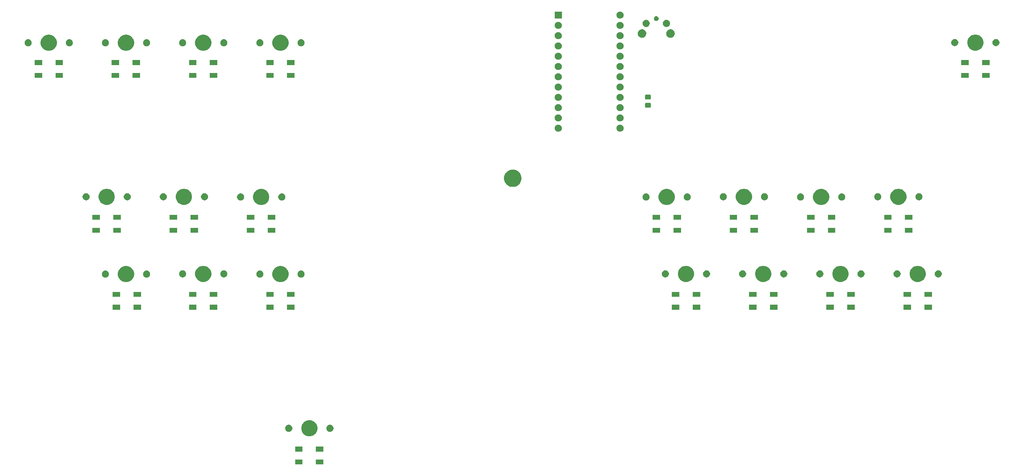
<source format=gbr>
G04 #@! TF.GenerationSoftware,KiCad,Pcbnew,5.0.1*
G04 #@! TF.CreationDate,2018-12-01T12:37:31-05:00*
G04 #@! TF.ProjectId,fightkeyb-pcb,66696768746B6579622D7063622E6B69,rev?*
G04 #@! TF.SameCoordinates,Original*
G04 #@! TF.FileFunction,Soldermask,Top*
G04 #@! TF.FilePolarity,Negative*
%FSLAX46Y46*%
G04 Gerber Fmt 4.6, Leading zero omitted, Abs format (unit mm)*
G04 Created by KiCad (PCBNEW 5.0.1) date Sat 01 Dec 2018 12:37:31 PM EST*
%MOMM*%
%LPD*%
G01*
G04 APERTURE LIST*
%ADD10C,0.100000*%
G04 APERTURE END LIST*
D10*
G36*
X104910160Y-135726120D02*
X103055960Y-135726120D01*
X103055960Y-134524700D01*
X104910160Y-134524700D01*
X104910160Y-135726120D01*
X104910160Y-135726120D01*
G37*
G36*
X99759040Y-135726120D02*
X97904840Y-135726120D01*
X97904840Y-134524700D01*
X99759040Y-134524700D01*
X99759040Y-135726120D01*
X99759040Y-135726120D01*
G37*
G36*
X99759040Y-132530800D02*
X97904840Y-132530800D01*
X97904840Y-131329380D01*
X99759040Y-131329380D01*
X99759040Y-132530800D01*
X99759040Y-132530800D01*
G37*
G36*
X104910160Y-132530800D02*
X103055960Y-132530800D01*
X103055960Y-131329380D01*
X104910160Y-131329380D01*
X104910160Y-132530800D01*
X104910160Y-132530800D01*
G37*
G36*
X102022849Y-124860474D02*
X102385716Y-125010778D01*
X102712287Y-125228986D01*
X102990014Y-125506713D01*
X103208222Y-125833284D01*
X103358526Y-126196151D01*
X103435150Y-126581368D01*
X103435150Y-126974132D01*
X103358526Y-127359349D01*
X103208222Y-127722216D01*
X102990014Y-128048787D01*
X102712287Y-128326514D01*
X102385716Y-128544722D01*
X102022849Y-128695026D01*
X101637632Y-128771650D01*
X101244868Y-128771650D01*
X100859651Y-128695026D01*
X100496784Y-128544722D01*
X100170213Y-128326514D01*
X99892486Y-128048787D01*
X99674278Y-127722216D01*
X99523974Y-127359349D01*
X99447350Y-126974132D01*
X99447350Y-126581368D01*
X99523974Y-126196151D01*
X99674278Y-125833284D01*
X99892486Y-125506713D01*
X100170213Y-125228986D01*
X100496784Y-125010778D01*
X100859651Y-124860474D01*
X101244868Y-124783850D01*
X101637632Y-124783850D01*
X102022849Y-124860474D01*
X102022849Y-124860474D01*
G37*
G36*
X106776478Y-125936375D02*
X106935717Y-126002334D01*
X107079033Y-126098095D01*
X107200905Y-126219967D01*
X107296666Y-126363283D01*
X107362625Y-126522522D01*
X107396250Y-126691569D01*
X107396250Y-126863931D01*
X107362625Y-127032978D01*
X107296666Y-127192217D01*
X107200905Y-127335533D01*
X107079033Y-127457405D01*
X106935717Y-127553166D01*
X106776478Y-127619125D01*
X106607431Y-127652750D01*
X106435069Y-127652750D01*
X106266022Y-127619125D01*
X106106783Y-127553166D01*
X105963467Y-127457405D01*
X105841595Y-127335533D01*
X105745834Y-127192217D01*
X105679875Y-127032978D01*
X105646250Y-126863931D01*
X105646250Y-126691569D01*
X105679875Y-126522522D01*
X105745834Y-126363283D01*
X105841595Y-126219967D01*
X105963467Y-126098095D01*
X106106783Y-126002334D01*
X106266022Y-125936375D01*
X106435069Y-125902750D01*
X106607431Y-125902750D01*
X106776478Y-125936375D01*
X106776478Y-125936375D01*
G37*
G36*
X96616478Y-125936375D02*
X96775717Y-126002334D01*
X96919033Y-126098095D01*
X97040905Y-126219967D01*
X97136666Y-126363283D01*
X97202625Y-126522522D01*
X97236250Y-126691569D01*
X97236250Y-126863931D01*
X97202625Y-127032978D01*
X97136666Y-127192217D01*
X97040905Y-127335533D01*
X96919033Y-127457405D01*
X96775717Y-127553166D01*
X96616478Y-127619125D01*
X96447431Y-127652750D01*
X96275069Y-127652750D01*
X96106022Y-127619125D01*
X95946783Y-127553166D01*
X95803467Y-127457405D01*
X95681595Y-127335533D01*
X95585834Y-127192217D01*
X95519875Y-127032978D01*
X95486250Y-126863931D01*
X95486250Y-126691569D01*
X95519875Y-126522522D01*
X95585834Y-126363283D01*
X95681595Y-126219967D01*
X95803467Y-126098095D01*
X95946783Y-126002334D01*
X96106022Y-125936375D01*
X96275069Y-125902750D01*
X96447431Y-125902750D01*
X96616478Y-125936375D01*
X96616478Y-125936375D01*
G37*
G36*
X97800160Y-97476120D02*
X95945960Y-97476120D01*
X95945960Y-96274700D01*
X97800160Y-96274700D01*
X97800160Y-97476120D01*
X97800160Y-97476120D01*
G37*
G36*
X59910160Y-97476120D02*
X58055960Y-97476120D01*
X58055960Y-96274700D01*
X59910160Y-96274700D01*
X59910160Y-97476120D01*
X59910160Y-97476120D01*
G37*
G36*
X54759040Y-97476120D02*
X52904840Y-97476120D01*
X52904840Y-96274700D01*
X54759040Y-96274700D01*
X54759040Y-97476120D01*
X54759040Y-97476120D01*
G37*
G36*
X73599040Y-97476120D02*
X71744840Y-97476120D01*
X71744840Y-96274700D01*
X73599040Y-96274700D01*
X73599040Y-97476120D01*
X73599040Y-97476120D01*
G37*
G36*
X78750160Y-97476120D02*
X76895960Y-97476120D01*
X76895960Y-96274700D01*
X78750160Y-96274700D01*
X78750160Y-97476120D01*
X78750160Y-97476120D01*
G37*
G36*
X92649040Y-97476120D02*
X90794840Y-97476120D01*
X90794840Y-96274700D01*
X92649040Y-96274700D01*
X92649040Y-97476120D01*
X92649040Y-97476120D01*
G37*
G36*
X197812660Y-97476120D02*
X195958460Y-97476120D01*
X195958460Y-96274700D01*
X197812660Y-96274700D01*
X197812660Y-97476120D01*
X197812660Y-97476120D01*
G37*
G36*
X249811540Y-97476120D02*
X247957340Y-97476120D01*
X247957340Y-96274700D01*
X249811540Y-96274700D01*
X249811540Y-97476120D01*
X249811540Y-97476120D01*
G37*
G36*
X254962660Y-97476120D02*
X253108460Y-97476120D01*
X253108460Y-96274700D01*
X254962660Y-96274700D01*
X254962660Y-97476120D01*
X254962660Y-97476120D01*
G37*
G36*
X235910160Y-97476120D02*
X234055960Y-97476120D01*
X234055960Y-96274700D01*
X235910160Y-96274700D01*
X235910160Y-97476120D01*
X235910160Y-97476120D01*
G37*
G36*
X230759040Y-97476120D02*
X228904840Y-97476120D01*
X228904840Y-96274700D01*
X230759040Y-96274700D01*
X230759040Y-97476120D01*
X230759040Y-97476120D01*
G37*
G36*
X216862660Y-97476120D02*
X215008460Y-97476120D01*
X215008460Y-96274700D01*
X216862660Y-96274700D01*
X216862660Y-97476120D01*
X216862660Y-97476120D01*
G37*
G36*
X192661540Y-97476120D02*
X190807340Y-97476120D01*
X190807340Y-96274700D01*
X192661540Y-96274700D01*
X192661540Y-97476120D01*
X192661540Y-97476120D01*
G37*
G36*
X211711540Y-97476120D02*
X209857340Y-97476120D01*
X209857340Y-96274700D01*
X211711540Y-96274700D01*
X211711540Y-97476120D01*
X211711540Y-97476120D01*
G37*
G36*
X197812660Y-94280800D02*
X195958460Y-94280800D01*
X195958460Y-93079380D01*
X197812660Y-93079380D01*
X197812660Y-94280800D01*
X197812660Y-94280800D01*
G37*
G36*
X54759040Y-94280800D02*
X52904840Y-94280800D01*
X52904840Y-93079380D01*
X54759040Y-93079380D01*
X54759040Y-94280800D01*
X54759040Y-94280800D01*
G37*
G36*
X59910160Y-94280800D02*
X58055960Y-94280800D01*
X58055960Y-93079380D01*
X59910160Y-93079380D01*
X59910160Y-94280800D01*
X59910160Y-94280800D01*
G37*
G36*
X73599040Y-94280800D02*
X71744840Y-94280800D01*
X71744840Y-93079380D01*
X73599040Y-93079380D01*
X73599040Y-94280800D01*
X73599040Y-94280800D01*
G37*
G36*
X78750160Y-94280800D02*
X76895960Y-94280800D01*
X76895960Y-93079380D01*
X78750160Y-93079380D01*
X78750160Y-94280800D01*
X78750160Y-94280800D01*
G37*
G36*
X254962660Y-94280800D02*
X253108460Y-94280800D01*
X253108460Y-93079380D01*
X254962660Y-93079380D01*
X254962660Y-94280800D01*
X254962660Y-94280800D01*
G37*
G36*
X249811540Y-94280800D02*
X247957340Y-94280800D01*
X247957340Y-93079380D01*
X249811540Y-93079380D01*
X249811540Y-94280800D01*
X249811540Y-94280800D01*
G37*
G36*
X97800160Y-94280800D02*
X95945960Y-94280800D01*
X95945960Y-93079380D01*
X97800160Y-93079380D01*
X97800160Y-94280800D01*
X97800160Y-94280800D01*
G37*
G36*
X192661540Y-94280800D02*
X190807340Y-94280800D01*
X190807340Y-93079380D01*
X192661540Y-93079380D01*
X192661540Y-94280800D01*
X192661540Y-94280800D01*
G37*
G36*
X230759040Y-94280800D02*
X228904840Y-94280800D01*
X228904840Y-93079380D01*
X230759040Y-93079380D01*
X230759040Y-94280800D01*
X230759040Y-94280800D01*
G37*
G36*
X235910160Y-94280800D02*
X234055960Y-94280800D01*
X234055960Y-93079380D01*
X235910160Y-93079380D01*
X235910160Y-94280800D01*
X235910160Y-94280800D01*
G37*
G36*
X216862660Y-94280800D02*
X215008460Y-94280800D01*
X215008460Y-93079380D01*
X216862660Y-93079380D01*
X216862660Y-94280800D01*
X216862660Y-94280800D01*
G37*
G36*
X211711540Y-94280800D02*
X209857340Y-94280800D01*
X209857340Y-93079380D01*
X211711540Y-93079380D01*
X211711540Y-94280800D01*
X211711540Y-94280800D01*
G37*
G36*
X92649040Y-94280800D02*
X90794840Y-94280800D01*
X90794840Y-93079380D01*
X92649040Y-93079380D01*
X92649040Y-94280800D01*
X92649040Y-94280800D01*
G37*
G36*
X56779099Y-86760474D02*
X57141966Y-86910778D01*
X57468537Y-87128986D01*
X57746264Y-87406713D01*
X57964472Y-87733284D01*
X58114776Y-88096151D01*
X58191400Y-88481368D01*
X58191400Y-88874132D01*
X58114776Y-89259349D01*
X57964472Y-89622216D01*
X57746264Y-89948787D01*
X57468537Y-90226514D01*
X57141966Y-90444722D01*
X56779099Y-90595026D01*
X56393882Y-90671650D01*
X56001118Y-90671650D01*
X55615901Y-90595026D01*
X55253034Y-90444722D01*
X54926463Y-90226514D01*
X54648736Y-89948787D01*
X54430528Y-89622216D01*
X54280224Y-89259349D01*
X54203600Y-88874132D01*
X54203600Y-88481368D01*
X54280224Y-88096151D01*
X54430528Y-87733284D01*
X54648736Y-87406713D01*
X54926463Y-87128986D01*
X55253034Y-86910778D01*
X55615901Y-86760474D01*
X56001118Y-86683850D01*
X56393882Y-86683850D01*
X56779099Y-86760474D01*
X56779099Y-86760474D01*
G37*
G36*
X94879099Y-86760474D02*
X95241966Y-86910778D01*
X95568537Y-87128986D01*
X95846264Y-87406713D01*
X96064472Y-87733284D01*
X96214776Y-88096151D01*
X96291400Y-88481368D01*
X96291400Y-88874132D01*
X96214776Y-89259349D01*
X96064472Y-89622216D01*
X95846264Y-89948787D01*
X95568537Y-90226514D01*
X95241966Y-90444722D01*
X94879099Y-90595026D01*
X94493882Y-90671650D01*
X94101118Y-90671650D01*
X93715901Y-90595026D01*
X93353034Y-90444722D01*
X93026463Y-90226514D01*
X92748736Y-89948787D01*
X92530528Y-89622216D01*
X92380224Y-89259349D01*
X92303600Y-88874132D01*
X92303600Y-88481368D01*
X92380224Y-88096151D01*
X92530528Y-87733284D01*
X92748736Y-87406713D01*
X93026463Y-87128986D01*
X93353034Y-86910778D01*
X93715901Y-86760474D01*
X94101118Y-86683850D01*
X94493882Y-86683850D01*
X94879099Y-86760474D01*
X94879099Y-86760474D01*
G37*
G36*
X75829099Y-86728724D02*
X76191966Y-86879028D01*
X76518537Y-87097236D01*
X76796264Y-87374963D01*
X77014472Y-87701534D01*
X77164776Y-88064401D01*
X77241400Y-88449618D01*
X77241400Y-88842382D01*
X77164776Y-89227599D01*
X77014472Y-89590466D01*
X76796264Y-89917037D01*
X76518537Y-90194764D01*
X76191966Y-90412972D01*
X75829099Y-90563276D01*
X75443882Y-90639900D01*
X75051118Y-90639900D01*
X74665901Y-90563276D01*
X74303034Y-90412972D01*
X73976463Y-90194764D01*
X73698736Y-89917037D01*
X73480528Y-89590466D01*
X73330224Y-89227599D01*
X73253600Y-88842382D01*
X73253600Y-88449618D01*
X73330224Y-88064401D01*
X73480528Y-87701534D01*
X73698736Y-87374963D01*
X73976463Y-87097236D01*
X74303034Y-86879028D01*
X74665901Y-86728724D01*
X75051118Y-86652100D01*
X75443882Y-86652100D01*
X75829099Y-86728724D01*
X75829099Y-86728724D01*
G37*
G36*
X194891599Y-86728724D02*
X195254466Y-86879028D01*
X195581037Y-87097236D01*
X195858764Y-87374963D01*
X196076972Y-87701534D01*
X196227276Y-88064401D01*
X196303900Y-88449618D01*
X196303900Y-88842382D01*
X196227276Y-89227599D01*
X196076972Y-89590466D01*
X195858764Y-89917037D01*
X195581037Y-90194764D01*
X195254466Y-90412972D01*
X194891599Y-90563276D01*
X194506382Y-90639900D01*
X194113618Y-90639900D01*
X193728401Y-90563276D01*
X193365534Y-90412972D01*
X193038963Y-90194764D01*
X192761236Y-89917037D01*
X192543028Y-89590466D01*
X192392724Y-89227599D01*
X192316100Y-88842382D01*
X192316100Y-88449618D01*
X192392724Y-88064401D01*
X192543028Y-87701534D01*
X192761236Y-87374963D01*
X193038963Y-87097236D01*
X193365534Y-86879028D01*
X193728401Y-86728724D01*
X194113618Y-86652100D01*
X194506382Y-86652100D01*
X194891599Y-86728724D01*
X194891599Y-86728724D01*
G37*
G36*
X252041599Y-86728724D02*
X252404466Y-86879028D01*
X252731037Y-87097236D01*
X253008764Y-87374963D01*
X253226972Y-87701534D01*
X253377276Y-88064401D01*
X253453900Y-88449618D01*
X253453900Y-88842382D01*
X253377276Y-89227599D01*
X253226972Y-89590466D01*
X253008764Y-89917037D01*
X252731037Y-90194764D01*
X252404466Y-90412972D01*
X252041599Y-90563276D01*
X251656382Y-90639900D01*
X251263618Y-90639900D01*
X250878401Y-90563276D01*
X250515534Y-90412972D01*
X250188963Y-90194764D01*
X249911236Y-89917037D01*
X249693028Y-89590466D01*
X249542724Y-89227599D01*
X249466100Y-88842382D01*
X249466100Y-88449618D01*
X249542724Y-88064401D01*
X249693028Y-87701534D01*
X249911236Y-87374963D01*
X250188963Y-87097236D01*
X250515534Y-86879028D01*
X250878401Y-86728724D01*
X251263618Y-86652100D01*
X251656382Y-86652100D01*
X252041599Y-86728724D01*
X252041599Y-86728724D01*
G37*
G36*
X213941599Y-86728724D02*
X214304466Y-86879028D01*
X214631037Y-87097236D01*
X214908764Y-87374963D01*
X215126972Y-87701534D01*
X215277276Y-88064401D01*
X215353900Y-88449618D01*
X215353900Y-88842382D01*
X215277276Y-89227599D01*
X215126972Y-89590466D01*
X214908764Y-89917037D01*
X214631037Y-90194764D01*
X214304466Y-90412972D01*
X213941599Y-90563276D01*
X213556382Y-90639900D01*
X213163618Y-90639900D01*
X212778401Y-90563276D01*
X212415534Y-90412972D01*
X212088963Y-90194764D01*
X211811236Y-89917037D01*
X211593028Y-89590466D01*
X211442724Y-89227599D01*
X211366100Y-88842382D01*
X211366100Y-88449618D01*
X211442724Y-88064401D01*
X211593028Y-87701534D01*
X211811236Y-87374963D01*
X212088963Y-87097236D01*
X212415534Y-86879028D01*
X212778401Y-86728724D01*
X213163618Y-86652100D01*
X213556382Y-86652100D01*
X213941599Y-86728724D01*
X213941599Y-86728724D01*
G37*
G36*
X232991599Y-86728724D02*
X233354466Y-86879028D01*
X233681037Y-87097236D01*
X233958764Y-87374963D01*
X234176972Y-87701534D01*
X234327276Y-88064401D01*
X234403900Y-88449618D01*
X234403900Y-88842382D01*
X234327276Y-89227599D01*
X234176972Y-89590466D01*
X233958764Y-89917037D01*
X233681037Y-90194764D01*
X233354466Y-90412972D01*
X232991599Y-90563276D01*
X232606382Y-90639900D01*
X232213618Y-90639900D01*
X231828401Y-90563276D01*
X231465534Y-90412972D01*
X231138963Y-90194764D01*
X230861236Y-89917037D01*
X230643028Y-89590466D01*
X230492724Y-89227599D01*
X230416100Y-88842382D01*
X230416100Y-88449618D01*
X230492724Y-88064401D01*
X230643028Y-87701534D01*
X230861236Y-87374963D01*
X231138963Y-87097236D01*
X231465534Y-86879028D01*
X231828401Y-86728724D01*
X232213618Y-86652100D01*
X232606382Y-86652100D01*
X232991599Y-86728724D01*
X232991599Y-86728724D01*
G37*
G36*
X99632728Y-87836375D02*
X99791967Y-87902334D01*
X99935283Y-87998095D01*
X100057155Y-88119967D01*
X100152916Y-88263283D01*
X100218875Y-88422522D01*
X100252500Y-88591569D01*
X100252500Y-88763931D01*
X100218875Y-88932978D01*
X100152916Y-89092217D01*
X100057155Y-89235533D01*
X99935283Y-89357405D01*
X99791967Y-89453166D01*
X99632728Y-89519125D01*
X99463681Y-89552750D01*
X99291319Y-89552750D01*
X99122272Y-89519125D01*
X98963033Y-89453166D01*
X98819717Y-89357405D01*
X98697845Y-89235533D01*
X98602084Y-89092217D01*
X98536125Y-88932978D01*
X98502500Y-88763931D01*
X98502500Y-88591569D01*
X98536125Y-88422522D01*
X98602084Y-88263283D01*
X98697845Y-88119967D01*
X98819717Y-87998095D01*
X98963033Y-87902334D01*
X99122272Y-87836375D01*
X99291319Y-87802750D01*
X99463681Y-87802750D01*
X99632728Y-87836375D01*
X99632728Y-87836375D01*
G37*
G36*
X61532728Y-87836375D02*
X61691967Y-87902334D01*
X61835283Y-87998095D01*
X61957155Y-88119967D01*
X62052916Y-88263283D01*
X62118875Y-88422522D01*
X62152500Y-88591569D01*
X62152500Y-88763931D01*
X62118875Y-88932978D01*
X62052916Y-89092217D01*
X61957155Y-89235533D01*
X61835283Y-89357405D01*
X61691967Y-89453166D01*
X61532728Y-89519125D01*
X61363681Y-89552750D01*
X61191319Y-89552750D01*
X61022272Y-89519125D01*
X60863033Y-89453166D01*
X60719717Y-89357405D01*
X60597845Y-89235533D01*
X60502084Y-89092217D01*
X60436125Y-88932978D01*
X60402500Y-88763931D01*
X60402500Y-88591569D01*
X60436125Y-88422522D01*
X60502084Y-88263283D01*
X60597845Y-88119967D01*
X60719717Y-87998095D01*
X60863033Y-87902334D01*
X61022272Y-87836375D01*
X61191319Y-87802750D01*
X61363681Y-87802750D01*
X61532728Y-87836375D01*
X61532728Y-87836375D01*
G37*
G36*
X51372728Y-87836375D02*
X51531967Y-87902334D01*
X51675283Y-87998095D01*
X51797155Y-88119967D01*
X51892916Y-88263283D01*
X51958875Y-88422522D01*
X51992500Y-88591569D01*
X51992500Y-88763931D01*
X51958875Y-88932978D01*
X51892916Y-89092217D01*
X51797155Y-89235533D01*
X51675283Y-89357405D01*
X51531967Y-89453166D01*
X51372728Y-89519125D01*
X51203681Y-89552750D01*
X51031319Y-89552750D01*
X50862272Y-89519125D01*
X50703033Y-89453166D01*
X50559717Y-89357405D01*
X50437845Y-89235533D01*
X50342084Y-89092217D01*
X50276125Y-88932978D01*
X50242500Y-88763931D01*
X50242500Y-88591569D01*
X50276125Y-88422522D01*
X50342084Y-88263283D01*
X50437845Y-88119967D01*
X50559717Y-87998095D01*
X50703033Y-87902334D01*
X50862272Y-87836375D01*
X51031319Y-87802750D01*
X51203681Y-87802750D01*
X51372728Y-87836375D01*
X51372728Y-87836375D01*
G37*
G36*
X89472728Y-87836375D02*
X89631967Y-87902334D01*
X89775283Y-87998095D01*
X89897155Y-88119967D01*
X89992916Y-88263283D01*
X90058875Y-88422522D01*
X90092500Y-88591569D01*
X90092500Y-88763931D01*
X90058875Y-88932978D01*
X89992916Y-89092217D01*
X89897155Y-89235533D01*
X89775283Y-89357405D01*
X89631967Y-89453166D01*
X89472728Y-89519125D01*
X89303681Y-89552750D01*
X89131319Y-89552750D01*
X88962272Y-89519125D01*
X88803033Y-89453166D01*
X88659717Y-89357405D01*
X88537845Y-89235533D01*
X88442084Y-89092217D01*
X88376125Y-88932978D01*
X88342500Y-88763931D01*
X88342500Y-88591569D01*
X88376125Y-88422522D01*
X88442084Y-88263283D01*
X88537845Y-88119967D01*
X88659717Y-87998095D01*
X88803033Y-87902334D01*
X88962272Y-87836375D01*
X89131319Y-87802750D01*
X89303681Y-87802750D01*
X89472728Y-87836375D01*
X89472728Y-87836375D01*
G37*
G36*
X237745228Y-87804625D02*
X237904467Y-87870584D01*
X238047783Y-87966345D01*
X238169655Y-88088217D01*
X238265416Y-88231533D01*
X238331375Y-88390772D01*
X238365000Y-88559819D01*
X238365000Y-88732181D01*
X238331375Y-88901228D01*
X238265416Y-89060467D01*
X238169655Y-89203783D01*
X238047783Y-89325655D01*
X237904467Y-89421416D01*
X237745228Y-89487375D01*
X237576181Y-89521000D01*
X237403819Y-89521000D01*
X237234772Y-89487375D01*
X237075533Y-89421416D01*
X236932217Y-89325655D01*
X236810345Y-89203783D01*
X236714584Y-89060467D01*
X236648625Y-88901228D01*
X236615000Y-88732181D01*
X236615000Y-88559819D01*
X236648625Y-88390772D01*
X236714584Y-88231533D01*
X236810345Y-88088217D01*
X236932217Y-87966345D01*
X237075533Y-87870584D01*
X237234772Y-87804625D01*
X237403819Y-87771000D01*
X237576181Y-87771000D01*
X237745228Y-87804625D01*
X237745228Y-87804625D01*
G37*
G36*
X256795228Y-87804625D02*
X256954467Y-87870584D01*
X257097783Y-87966345D01*
X257219655Y-88088217D01*
X257315416Y-88231533D01*
X257381375Y-88390772D01*
X257415000Y-88559819D01*
X257415000Y-88732181D01*
X257381375Y-88901228D01*
X257315416Y-89060467D01*
X257219655Y-89203783D01*
X257097783Y-89325655D01*
X256954467Y-89421416D01*
X256795228Y-89487375D01*
X256626181Y-89521000D01*
X256453819Y-89521000D01*
X256284772Y-89487375D01*
X256125533Y-89421416D01*
X255982217Y-89325655D01*
X255860345Y-89203783D01*
X255764584Y-89060467D01*
X255698625Y-88901228D01*
X255665000Y-88732181D01*
X255665000Y-88559819D01*
X255698625Y-88390772D01*
X255764584Y-88231533D01*
X255860345Y-88088217D01*
X255982217Y-87966345D01*
X256125533Y-87870584D01*
X256284772Y-87804625D01*
X256453819Y-87771000D01*
X256626181Y-87771000D01*
X256795228Y-87804625D01*
X256795228Y-87804625D01*
G37*
G36*
X246635228Y-87804625D02*
X246794467Y-87870584D01*
X246937783Y-87966345D01*
X247059655Y-88088217D01*
X247155416Y-88231533D01*
X247221375Y-88390772D01*
X247255000Y-88559819D01*
X247255000Y-88732181D01*
X247221375Y-88901228D01*
X247155416Y-89060467D01*
X247059655Y-89203783D01*
X246937783Y-89325655D01*
X246794467Y-89421416D01*
X246635228Y-89487375D01*
X246466181Y-89521000D01*
X246293819Y-89521000D01*
X246124772Y-89487375D01*
X245965533Y-89421416D01*
X245822217Y-89325655D01*
X245700345Y-89203783D01*
X245604584Y-89060467D01*
X245538625Y-88901228D01*
X245505000Y-88732181D01*
X245505000Y-88559819D01*
X245538625Y-88390772D01*
X245604584Y-88231533D01*
X245700345Y-88088217D01*
X245822217Y-87966345D01*
X245965533Y-87870584D01*
X246124772Y-87804625D01*
X246293819Y-87771000D01*
X246466181Y-87771000D01*
X246635228Y-87804625D01*
X246635228Y-87804625D01*
G37*
G36*
X218695228Y-87804625D02*
X218854467Y-87870584D01*
X218997783Y-87966345D01*
X219119655Y-88088217D01*
X219215416Y-88231533D01*
X219281375Y-88390772D01*
X219315000Y-88559819D01*
X219315000Y-88732181D01*
X219281375Y-88901228D01*
X219215416Y-89060467D01*
X219119655Y-89203783D01*
X218997783Y-89325655D01*
X218854467Y-89421416D01*
X218695228Y-89487375D01*
X218526181Y-89521000D01*
X218353819Y-89521000D01*
X218184772Y-89487375D01*
X218025533Y-89421416D01*
X217882217Y-89325655D01*
X217760345Y-89203783D01*
X217664584Y-89060467D01*
X217598625Y-88901228D01*
X217565000Y-88732181D01*
X217565000Y-88559819D01*
X217598625Y-88390772D01*
X217664584Y-88231533D01*
X217760345Y-88088217D01*
X217882217Y-87966345D01*
X218025533Y-87870584D01*
X218184772Y-87804625D01*
X218353819Y-87771000D01*
X218526181Y-87771000D01*
X218695228Y-87804625D01*
X218695228Y-87804625D01*
G37*
G36*
X208535228Y-87804625D02*
X208694467Y-87870584D01*
X208837783Y-87966345D01*
X208959655Y-88088217D01*
X209055416Y-88231533D01*
X209121375Y-88390772D01*
X209155000Y-88559819D01*
X209155000Y-88732181D01*
X209121375Y-88901228D01*
X209055416Y-89060467D01*
X208959655Y-89203783D01*
X208837783Y-89325655D01*
X208694467Y-89421416D01*
X208535228Y-89487375D01*
X208366181Y-89521000D01*
X208193819Y-89521000D01*
X208024772Y-89487375D01*
X207865533Y-89421416D01*
X207722217Y-89325655D01*
X207600345Y-89203783D01*
X207504584Y-89060467D01*
X207438625Y-88901228D01*
X207405000Y-88732181D01*
X207405000Y-88559819D01*
X207438625Y-88390772D01*
X207504584Y-88231533D01*
X207600345Y-88088217D01*
X207722217Y-87966345D01*
X207865533Y-87870584D01*
X208024772Y-87804625D01*
X208193819Y-87771000D01*
X208366181Y-87771000D01*
X208535228Y-87804625D01*
X208535228Y-87804625D01*
G37*
G36*
X199645228Y-87804625D02*
X199804467Y-87870584D01*
X199947783Y-87966345D01*
X200069655Y-88088217D01*
X200165416Y-88231533D01*
X200231375Y-88390772D01*
X200265000Y-88559819D01*
X200265000Y-88732181D01*
X200231375Y-88901228D01*
X200165416Y-89060467D01*
X200069655Y-89203783D01*
X199947783Y-89325655D01*
X199804467Y-89421416D01*
X199645228Y-89487375D01*
X199476181Y-89521000D01*
X199303819Y-89521000D01*
X199134772Y-89487375D01*
X198975533Y-89421416D01*
X198832217Y-89325655D01*
X198710345Y-89203783D01*
X198614584Y-89060467D01*
X198548625Y-88901228D01*
X198515000Y-88732181D01*
X198515000Y-88559819D01*
X198548625Y-88390772D01*
X198614584Y-88231533D01*
X198710345Y-88088217D01*
X198832217Y-87966345D01*
X198975533Y-87870584D01*
X199134772Y-87804625D01*
X199303819Y-87771000D01*
X199476181Y-87771000D01*
X199645228Y-87804625D01*
X199645228Y-87804625D01*
G37*
G36*
X189485228Y-87804625D02*
X189644467Y-87870584D01*
X189787783Y-87966345D01*
X189909655Y-88088217D01*
X190005416Y-88231533D01*
X190071375Y-88390772D01*
X190105000Y-88559819D01*
X190105000Y-88732181D01*
X190071375Y-88901228D01*
X190005416Y-89060467D01*
X189909655Y-89203783D01*
X189787783Y-89325655D01*
X189644467Y-89421416D01*
X189485228Y-89487375D01*
X189316181Y-89521000D01*
X189143819Y-89521000D01*
X188974772Y-89487375D01*
X188815533Y-89421416D01*
X188672217Y-89325655D01*
X188550345Y-89203783D01*
X188454584Y-89060467D01*
X188388625Y-88901228D01*
X188355000Y-88732181D01*
X188355000Y-88559819D01*
X188388625Y-88390772D01*
X188454584Y-88231533D01*
X188550345Y-88088217D01*
X188672217Y-87966345D01*
X188815533Y-87870584D01*
X188974772Y-87804625D01*
X189143819Y-87771000D01*
X189316181Y-87771000D01*
X189485228Y-87804625D01*
X189485228Y-87804625D01*
G37*
G36*
X80582728Y-87804625D02*
X80741967Y-87870584D01*
X80885283Y-87966345D01*
X81007155Y-88088217D01*
X81102916Y-88231533D01*
X81168875Y-88390772D01*
X81202500Y-88559819D01*
X81202500Y-88732181D01*
X81168875Y-88901228D01*
X81102916Y-89060467D01*
X81007155Y-89203783D01*
X80885283Y-89325655D01*
X80741967Y-89421416D01*
X80582728Y-89487375D01*
X80413681Y-89521000D01*
X80241319Y-89521000D01*
X80072272Y-89487375D01*
X79913033Y-89421416D01*
X79769717Y-89325655D01*
X79647845Y-89203783D01*
X79552084Y-89060467D01*
X79486125Y-88901228D01*
X79452500Y-88732181D01*
X79452500Y-88559819D01*
X79486125Y-88390772D01*
X79552084Y-88231533D01*
X79647845Y-88088217D01*
X79769717Y-87966345D01*
X79913033Y-87870584D01*
X80072272Y-87804625D01*
X80241319Y-87771000D01*
X80413681Y-87771000D01*
X80582728Y-87804625D01*
X80582728Y-87804625D01*
G37*
G36*
X70422728Y-87804625D02*
X70581967Y-87870584D01*
X70725283Y-87966345D01*
X70847155Y-88088217D01*
X70942916Y-88231533D01*
X71008875Y-88390772D01*
X71042500Y-88559819D01*
X71042500Y-88732181D01*
X71008875Y-88901228D01*
X70942916Y-89060467D01*
X70847155Y-89203783D01*
X70725283Y-89325655D01*
X70581967Y-89421416D01*
X70422728Y-89487375D01*
X70253681Y-89521000D01*
X70081319Y-89521000D01*
X69912272Y-89487375D01*
X69753033Y-89421416D01*
X69609717Y-89325655D01*
X69487845Y-89203783D01*
X69392084Y-89060467D01*
X69326125Y-88901228D01*
X69292500Y-88732181D01*
X69292500Y-88559819D01*
X69326125Y-88390772D01*
X69392084Y-88231533D01*
X69487845Y-88088217D01*
X69609717Y-87966345D01*
X69753033Y-87870584D01*
X69912272Y-87804625D01*
X70081319Y-87771000D01*
X70253681Y-87771000D01*
X70422728Y-87804625D01*
X70422728Y-87804625D01*
G37*
G36*
X227585228Y-87804625D02*
X227744467Y-87870584D01*
X227887783Y-87966345D01*
X228009655Y-88088217D01*
X228105416Y-88231533D01*
X228171375Y-88390772D01*
X228205000Y-88559819D01*
X228205000Y-88732181D01*
X228171375Y-88901228D01*
X228105416Y-89060467D01*
X228009655Y-89203783D01*
X227887783Y-89325655D01*
X227744467Y-89421416D01*
X227585228Y-89487375D01*
X227416181Y-89521000D01*
X227243819Y-89521000D01*
X227074772Y-89487375D01*
X226915533Y-89421416D01*
X226772217Y-89325655D01*
X226650345Y-89203783D01*
X226554584Y-89060467D01*
X226488625Y-88901228D01*
X226455000Y-88732181D01*
X226455000Y-88559819D01*
X226488625Y-88390772D01*
X226554584Y-88231533D01*
X226650345Y-88088217D01*
X226772217Y-87966345D01*
X226915533Y-87870584D01*
X227074772Y-87804625D01*
X227243819Y-87771000D01*
X227416181Y-87771000D01*
X227585228Y-87804625D01*
X227585228Y-87804625D01*
G37*
G36*
X187962540Y-78476120D02*
X186108340Y-78476120D01*
X186108340Y-77274700D01*
X187962540Y-77274700D01*
X187962540Y-78476120D01*
X187962540Y-78476120D01*
G37*
G36*
X87886540Y-78476120D02*
X86032340Y-78476120D01*
X86032340Y-77274700D01*
X87886540Y-77274700D01*
X87886540Y-78476120D01*
X87886540Y-78476120D01*
G37*
G36*
X68836540Y-78476120D02*
X66982340Y-78476120D01*
X66982340Y-77274700D01*
X68836540Y-77274700D01*
X68836540Y-78476120D01*
X68836540Y-78476120D01*
G37*
G36*
X49786540Y-78476120D02*
X47932340Y-78476120D01*
X47932340Y-77274700D01*
X49786540Y-77274700D01*
X49786540Y-78476120D01*
X49786540Y-78476120D01*
G37*
G36*
X73987660Y-78476120D02*
X72133460Y-78476120D01*
X72133460Y-77274700D01*
X73987660Y-77274700D01*
X73987660Y-78476120D01*
X73987660Y-78476120D01*
G37*
G36*
X54937660Y-78476120D02*
X53083460Y-78476120D01*
X53083460Y-77274700D01*
X54937660Y-77274700D01*
X54937660Y-78476120D01*
X54937660Y-78476120D01*
G37*
G36*
X212100160Y-78476120D02*
X210245960Y-78476120D01*
X210245960Y-77274700D01*
X212100160Y-77274700D01*
X212100160Y-78476120D01*
X212100160Y-78476120D01*
G37*
G36*
X206949040Y-78476120D02*
X205094840Y-78476120D01*
X205094840Y-77274700D01*
X206949040Y-77274700D01*
X206949040Y-78476120D01*
X206949040Y-78476120D01*
G37*
G36*
X193113660Y-78476120D02*
X191259460Y-78476120D01*
X191259460Y-77274700D01*
X193113660Y-77274700D01*
X193113660Y-78476120D01*
X193113660Y-78476120D01*
G37*
G36*
X226009040Y-78476120D02*
X224154840Y-78476120D01*
X224154840Y-77274700D01*
X226009040Y-77274700D01*
X226009040Y-78476120D01*
X226009040Y-78476120D01*
G37*
G36*
X245049040Y-78476120D02*
X243194840Y-78476120D01*
X243194840Y-77274700D01*
X245049040Y-77274700D01*
X245049040Y-78476120D01*
X245049040Y-78476120D01*
G37*
G36*
X93037660Y-78476120D02*
X91183460Y-78476120D01*
X91183460Y-77274700D01*
X93037660Y-77274700D01*
X93037660Y-78476120D01*
X93037660Y-78476120D01*
G37*
G36*
X250200160Y-78476120D02*
X248345960Y-78476120D01*
X248345960Y-77274700D01*
X250200160Y-77274700D01*
X250200160Y-78476120D01*
X250200160Y-78476120D01*
G37*
G36*
X231160160Y-78476120D02*
X229305960Y-78476120D01*
X229305960Y-77274700D01*
X231160160Y-77274700D01*
X231160160Y-78476120D01*
X231160160Y-78476120D01*
G37*
G36*
X193113660Y-75280800D02*
X191259460Y-75280800D01*
X191259460Y-74079380D01*
X193113660Y-74079380D01*
X193113660Y-75280800D01*
X193113660Y-75280800D01*
G37*
G36*
X245049040Y-75280800D02*
X243194840Y-75280800D01*
X243194840Y-74079380D01*
X245049040Y-74079380D01*
X245049040Y-75280800D01*
X245049040Y-75280800D01*
G37*
G36*
X231160160Y-75280800D02*
X229305960Y-75280800D01*
X229305960Y-74079380D01*
X231160160Y-74079380D01*
X231160160Y-75280800D01*
X231160160Y-75280800D01*
G37*
G36*
X250200160Y-75280800D02*
X248345960Y-75280800D01*
X248345960Y-74079380D01*
X250200160Y-74079380D01*
X250200160Y-75280800D01*
X250200160Y-75280800D01*
G37*
G36*
X206949040Y-75280800D02*
X205094840Y-75280800D01*
X205094840Y-74079380D01*
X206949040Y-74079380D01*
X206949040Y-75280800D01*
X206949040Y-75280800D01*
G37*
G36*
X212100160Y-75280800D02*
X210245960Y-75280800D01*
X210245960Y-74079380D01*
X212100160Y-74079380D01*
X212100160Y-75280800D01*
X212100160Y-75280800D01*
G37*
G36*
X87886540Y-75280800D02*
X86032340Y-75280800D01*
X86032340Y-74079380D01*
X87886540Y-74079380D01*
X87886540Y-75280800D01*
X87886540Y-75280800D01*
G37*
G36*
X93037660Y-75280800D02*
X91183460Y-75280800D01*
X91183460Y-74079380D01*
X93037660Y-74079380D01*
X93037660Y-75280800D01*
X93037660Y-75280800D01*
G37*
G36*
X68836540Y-75280800D02*
X66982340Y-75280800D01*
X66982340Y-74079380D01*
X68836540Y-74079380D01*
X68836540Y-75280800D01*
X68836540Y-75280800D01*
G37*
G36*
X73987660Y-75280800D02*
X72133460Y-75280800D01*
X72133460Y-74079380D01*
X73987660Y-74079380D01*
X73987660Y-75280800D01*
X73987660Y-75280800D01*
G37*
G36*
X54937660Y-75280800D02*
X53083460Y-75280800D01*
X53083460Y-74079380D01*
X54937660Y-74079380D01*
X54937660Y-75280800D01*
X54937660Y-75280800D01*
G37*
G36*
X226009040Y-75280800D02*
X224154840Y-75280800D01*
X224154840Y-74079380D01*
X226009040Y-74079380D01*
X226009040Y-75280800D01*
X226009040Y-75280800D01*
G37*
G36*
X49786540Y-75280800D02*
X47932340Y-75280800D01*
X47932340Y-74079380D01*
X49786540Y-74079380D01*
X49786540Y-75280800D01*
X49786540Y-75280800D01*
G37*
G36*
X187962540Y-75280800D02*
X186108340Y-75280800D01*
X186108340Y-74079380D01*
X187962540Y-74079380D01*
X187962540Y-75280800D01*
X187962540Y-75280800D01*
G37*
G36*
X90116599Y-67710474D02*
X90479466Y-67860778D01*
X90806037Y-68078986D01*
X91083764Y-68356713D01*
X91301972Y-68683284D01*
X91452276Y-69046151D01*
X91528900Y-69431368D01*
X91528900Y-69824132D01*
X91452276Y-70209349D01*
X91301972Y-70572216D01*
X91083764Y-70898787D01*
X90806037Y-71176514D01*
X90479466Y-71394722D01*
X90116599Y-71545026D01*
X89731382Y-71621650D01*
X89338618Y-71621650D01*
X88953401Y-71545026D01*
X88590534Y-71394722D01*
X88263963Y-71176514D01*
X87986236Y-70898787D01*
X87768028Y-70572216D01*
X87617724Y-70209349D01*
X87541100Y-69824132D01*
X87541100Y-69431368D01*
X87617724Y-69046151D01*
X87768028Y-68683284D01*
X87986236Y-68356713D01*
X88263963Y-68078986D01*
X88590534Y-67860778D01*
X88953401Y-67710474D01*
X89338618Y-67633850D01*
X89731382Y-67633850D01*
X90116599Y-67710474D01*
X90116599Y-67710474D01*
G37*
G36*
X228229099Y-67710474D02*
X228591966Y-67860778D01*
X228918537Y-68078986D01*
X229196264Y-68356713D01*
X229414472Y-68683284D01*
X229564776Y-69046151D01*
X229641400Y-69431368D01*
X229641400Y-69824132D01*
X229564776Y-70209349D01*
X229414472Y-70572216D01*
X229196264Y-70898787D01*
X228918537Y-71176514D01*
X228591966Y-71394722D01*
X228229099Y-71545026D01*
X227843882Y-71621650D01*
X227451118Y-71621650D01*
X227065901Y-71545026D01*
X226703034Y-71394722D01*
X226376463Y-71176514D01*
X226098736Y-70898787D01*
X225880528Y-70572216D01*
X225730224Y-70209349D01*
X225653600Y-69824132D01*
X225653600Y-69431368D01*
X225730224Y-69046151D01*
X225880528Y-68683284D01*
X226098736Y-68356713D01*
X226376463Y-68078986D01*
X226703034Y-67860778D01*
X227065901Y-67710474D01*
X227451118Y-67633850D01*
X227843882Y-67633850D01*
X228229099Y-67710474D01*
X228229099Y-67710474D01*
G37*
G36*
X190129099Y-67710474D02*
X190491966Y-67860778D01*
X190818537Y-68078986D01*
X191096264Y-68356713D01*
X191314472Y-68683284D01*
X191464776Y-69046151D01*
X191541400Y-69431368D01*
X191541400Y-69824132D01*
X191464776Y-70209349D01*
X191314472Y-70572216D01*
X191096264Y-70898787D01*
X190818537Y-71176514D01*
X190491966Y-71394722D01*
X190129099Y-71545026D01*
X189743882Y-71621650D01*
X189351118Y-71621650D01*
X188965901Y-71545026D01*
X188603034Y-71394722D01*
X188276463Y-71176514D01*
X187998736Y-70898787D01*
X187780528Y-70572216D01*
X187630224Y-70209349D01*
X187553600Y-69824132D01*
X187553600Y-69431368D01*
X187630224Y-69046151D01*
X187780528Y-68683284D01*
X187998736Y-68356713D01*
X188276463Y-68078986D01*
X188603034Y-67860778D01*
X188965901Y-67710474D01*
X189351118Y-67633850D01*
X189743882Y-67633850D01*
X190129099Y-67710474D01*
X190129099Y-67710474D01*
G37*
G36*
X209179099Y-67678724D02*
X209541966Y-67829028D01*
X209868537Y-68047236D01*
X210146264Y-68324963D01*
X210364472Y-68651534D01*
X210514776Y-69014401D01*
X210591400Y-69399618D01*
X210591400Y-69792382D01*
X210514776Y-70177599D01*
X210364472Y-70540466D01*
X210146264Y-70867037D01*
X209868537Y-71144764D01*
X209541966Y-71362972D01*
X209179099Y-71513276D01*
X208793882Y-71589900D01*
X208401118Y-71589900D01*
X208015901Y-71513276D01*
X207653034Y-71362972D01*
X207326463Y-71144764D01*
X207048736Y-70867037D01*
X206830528Y-70540466D01*
X206680224Y-70177599D01*
X206603600Y-69792382D01*
X206603600Y-69399618D01*
X206680224Y-69014401D01*
X206830528Y-68651534D01*
X207048736Y-68324963D01*
X207326463Y-68047236D01*
X207653034Y-67829028D01*
X208015901Y-67678724D01*
X208401118Y-67602100D01*
X208793882Y-67602100D01*
X209179099Y-67678724D01*
X209179099Y-67678724D01*
G37*
G36*
X71066599Y-67678724D02*
X71429466Y-67829028D01*
X71756037Y-68047236D01*
X72033764Y-68324963D01*
X72251972Y-68651534D01*
X72402276Y-69014401D01*
X72478900Y-69399618D01*
X72478900Y-69792382D01*
X72402276Y-70177599D01*
X72251972Y-70540466D01*
X72033764Y-70867037D01*
X71756037Y-71144764D01*
X71429466Y-71362972D01*
X71066599Y-71513276D01*
X70681382Y-71589900D01*
X70288618Y-71589900D01*
X69903401Y-71513276D01*
X69540534Y-71362972D01*
X69213963Y-71144764D01*
X68936236Y-70867037D01*
X68718028Y-70540466D01*
X68567724Y-70177599D01*
X68491100Y-69792382D01*
X68491100Y-69399618D01*
X68567724Y-69014401D01*
X68718028Y-68651534D01*
X68936236Y-68324963D01*
X69213963Y-68047236D01*
X69540534Y-67829028D01*
X69903401Y-67678724D01*
X70288618Y-67602100D01*
X70681382Y-67602100D01*
X71066599Y-67678724D01*
X71066599Y-67678724D01*
G37*
G36*
X247279099Y-67678724D02*
X247641966Y-67829028D01*
X247968537Y-68047236D01*
X248246264Y-68324963D01*
X248464472Y-68651534D01*
X248614776Y-69014401D01*
X248691400Y-69399618D01*
X248691400Y-69792382D01*
X248614776Y-70177599D01*
X248464472Y-70540466D01*
X248246264Y-70867037D01*
X247968537Y-71144764D01*
X247641966Y-71362972D01*
X247279099Y-71513276D01*
X246893882Y-71589900D01*
X246501118Y-71589900D01*
X246115901Y-71513276D01*
X245753034Y-71362972D01*
X245426463Y-71144764D01*
X245148736Y-70867037D01*
X244930528Y-70540466D01*
X244780224Y-70177599D01*
X244703600Y-69792382D01*
X244703600Y-69399618D01*
X244780224Y-69014401D01*
X244930528Y-68651534D01*
X245148736Y-68324963D01*
X245426463Y-68047236D01*
X245753034Y-67829028D01*
X246115901Y-67678724D01*
X246501118Y-67602100D01*
X246893882Y-67602100D01*
X247279099Y-67678724D01*
X247279099Y-67678724D01*
G37*
G36*
X52016599Y-67678724D02*
X52379466Y-67829028D01*
X52706037Y-68047236D01*
X52983764Y-68324963D01*
X53201972Y-68651534D01*
X53352276Y-69014401D01*
X53428900Y-69399618D01*
X53428900Y-69792382D01*
X53352276Y-70177599D01*
X53201972Y-70540466D01*
X52983764Y-70867037D01*
X52706037Y-71144764D01*
X52379466Y-71362972D01*
X52016599Y-71513276D01*
X51631382Y-71589900D01*
X51238618Y-71589900D01*
X50853401Y-71513276D01*
X50490534Y-71362972D01*
X50163963Y-71144764D01*
X49886236Y-70867037D01*
X49668028Y-70540466D01*
X49517724Y-70177599D01*
X49441100Y-69792382D01*
X49441100Y-69399618D01*
X49517724Y-69014401D01*
X49668028Y-68651534D01*
X49886236Y-68324963D01*
X50163963Y-68047236D01*
X50490534Y-67829028D01*
X50853401Y-67678724D01*
X51238618Y-67602100D01*
X51631382Y-67602100D01*
X52016599Y-67678724D01*
X52016599Y-67678724D01*
G37*
G36*
X232982728Y-68786375D02*
X233141967Y-68852334D01*
X233285283Y-68948095D01*
X233407155Y-69069967D01*
X233502916Y-69213283D01*
X233568875Y-69372522D01*
X233602500Y-69541569D01*
X233602500Y-69713931D01*
X233568875Y-69882978D01*
X233502916Y-70042217D01*
X233407155Y-70185533D01*
X233285283Y-70307405D01*
X233141967Y-70403166D01*
X232982728Y-70469125D01*
X232813681Y-70502750D01*
X232641319Y-70502750D01*
X232472272Y-70469125D01*
X232313033Y-70403166D01*
X232169717Y-70307405D01*
X232047845Y-70185533D01*
X231952084Y-70042217D01*
X231886125Y-69882978D01*
X231852500Y-69713931D01*
X231852500Y-69541569D01*
X231886125Y-69372522D01*
X231952084Y-69213283D01*
X232047845Y-69069967D01*
X232169717Y-68948095D01*
X232313033Y-68852334D01*
X232472272Y-68786375D01*
X232641319Y-68752750D01*
X232813681Y-68752750D01*
X232982728Y-68786375D01*
X232982728Y-68786375D01*
G37*
G36*
X222822728Y-68786375D02*
X222981967Y-68852334D01*
X223125283Y-68948095D01*
X223247155Y-69069967D01*
X223342916Y-69213283D01*
X223408875Y-69372522D01*
X223442500Y-69541569D01*
X223442500Y-69713931D01*
X223408875Y-69882978D01*
X223342916Y-70042217D01*
X223247155Y-70185533D01*
X223125283Y-70307405D01*
X222981967Y-70403166D01*
X222822728Y-70469125D01*
X222653681Y-70502750D01*
X222481319Y-70502750D01*
X222312272Y-70469125D01*
X222153033Y-70403166D01*
X222009717Y-70307405D01*
X221887845Y-70185533D01*
X221792084Y-70042217D01*
X221726125Y-69882978D01*
X221692500Y-69713931D01*
X221692500Y-69541569D01*
X221726125Y-69372522D01*
X221792084Y-69213283D01*
X221887845Y-69069967D01*
X222009717Y-68948095D01*
X222153033Y-68852334D01*
X222312272Y-68786375D01*
X222481319Y-68752750D01*
X222653681Y-68752750D01*
X222822728Y-68786375D01*
X222822728Y-68786375D01*
G37*
G36*
X194882728Y-68786375D02*
X195041967Y-68852334D01*
X195185283Y-68948095D01*
X195307155Y-69069967D01*
X195402916Y-69213283D01*
X195468875Y-69372522D01*
X195502500Y-69541569D01*
X195502500Y-69713931D01*
X195468875Y-69882978D01*
X195402916Y-70042217D01*
X195307155Y-70185533D01*
X195185283Y-70307405D01*
X195041967Y-70403166D01*
X194882728Y-70469125D01*
X194713681Y-70502750D01*
X194541319Y-70502750D01*
X194372272Y-70469125D01*
X194213033Y-70403166D01*
X194069717Y-70307405D01*
X193947845Y-70185533D01*
X193852084Y-70042217D01*
X193786125Y-69882978D01*
X193752500Y-69713931D01*
X193752500Y-69541569D01*
X193786125Y-69372522D01*
X193852084Y-69213283D01*
X193947845Y-69069967D01*
X194069717Y-68948095D01*
X194213033Y-68852334D01*
X194372272Y-68786375D01*
X194541319Y-68752750D01*
X194713681Y-68752750D01*
X194882728Y-68786375D01*
X194882728Y-68786375D01*
G37*
G36*
X184722728Y-68786375D02*
X184881967Y-68852334D01*
X185025283Y-68948095D01*
X185147155Y-69069967D01*
X185242916Y-69213283D01*
X185308875Y-69372522D01*
X185342500Y-69541569D01*
X185342500Y-69713931D01*
X185308875Y-69882978D01*
X185242916Y-70042217D01*
X185147155Y-70185533D01*
X185025283Y-70307405D01*
X184881967Y-70403166D01*
X184722728Y-70469125D01*
X184553681Y-70502750D01*
X184381319Y-70502750D01*
X184212272Y-70469125D01*
X184053033Y-70403166D01*
X183909717Y-70307405D01*
X183787845Y-70185533D01*
X183692084Y-70042217D01*
X183626125Y-69882978D01*
X183592500Y-69713931D01*
X183592500Y-69541569D01*
X183626125Y-69372522D01*
X183692084Y-69213283D01*
X183787845Y-69069967D01*
X183909717Y-68948095D01*
X184053033Y-68852334D01*
X184212272Y-68786375D01*
X184381319Y-68752750D01*
X184553681Y-68752750D01*
X184722728Y-68786375D01*
X184722728Y-68786375D01*
G37*
G36*
X94870228Y-68786375D02*
X95029467Y-68852334D01*
X95172783Y-68948095D01*
X95294655Y-69069967D01*
X95390416Y-69213283D01*
X95456375Y-69372522D01*
X95490000Y-69541569D01*
X95490000Y-69713931D01*
X95456375Y-69882978D01*
X95390416Y-70042217D01*
X95294655Y-70185533D01*
X95172783Y-70307405D01*
X95029467Y-70403166D01*
X94870228Y-70469125D01*
X94701181Y-70502750D01*
X94528819Y-70502750D01*
X94359772Y-70469125D01*
X94200533Y-70403166D01*
X94057217Y-70307405D01*
X93935345Y-70185533D01*
X93839584Y-70042217D01*
X93773625Y-69882978D01*
X93740000Y-69713931D01*
X93740000Y-69541569D01*
X93773625Y-69372522D01*
X93839584Y-69213283D01*
X93935345Y-69069967D01*
X94057217Y-68948095D01*
X94200533Y-68852334D01*
X94359772Y-68786375D01*
X94528819Y-68752750D01*
X94701181Y-68752750D01*
X94870228Y-68786375D01*
X94870228Y-68786375D01*
G37*
G36*
X84710228Y-68786375D02*
X84869467Y-68852334D01*
X85012783Y-68948095D01*
X85134655Y-69069967D01*
X85230416Y-69213283D01*
X85296375Y-69372522D01*
X85330000Y-69541569D01*
X85330000Y-69713931D01*
X85296375Y-69882978D01*
X85230416Y-70042217D01*
X85134655Y-70185533D01*
X85012783Y-70307405D01*
X84869467Y-70403166D01*
X84710228Y-70469125D01*
X84541181Y-70502750D01*
X84368819Y-70502750D01*
X84199772Y-70469125D01*
X84040533Y-70403166D01*
X83897217Y-70307405D01*
X83775345Y-70185533D01*
X83679584Y-70042217D01*
X83613625Y-69882978D01*
X83580000Y-69713931D01*
X83580000Y-69541569D01*
X83613625Y-69372522D01*
X83679584Y-69213283D01*
X83775345Y-69069967D01*
X83897217Y-68948095D01*
X84040533Y-68852334D01*
X84199772Y-68786375D01*
X84368819Y-68752750D01*
X84541181Y-68752750D01*
X84710228Y-68786375D01*
X84710228Y-68786375D01*
G37*
G36*
X252032728Y-68754625D02*
X252191967Y-68820584D01*
X252335283Y-68916345D01*
X252457155Y-69038217D01*
X252552916Y-69181533D01*
X252618875Y-69340772D01*
X252652500Y-69509819D01*
X252652500Y-69682181D01*
X252618875Y-69851228D01*
X252552916Y-70010467D01*
X252457155Y-70153783D01*
X252335283Y-70275655D01*
X252191967Y-70371416D01*
X252032728Y-70437375D01*
X251863681Y-70471000D01*
X251691319Y-70471000D01*
X251522272Y-70437375D01*
X251363033Y-70371416D01*
X251219717Y-70275655D01*
X251097845Y-70153783D01*
X251002084Y-70010467D01*
X250936125Y-69851228D01*
X250902500Y-69682181D01*
X250902500Y-69509819D01*
X250936125Y-69340772D01*
X251002084Y-69181533D01*
X251097845Y-69038217D01*
X251219717Y-68916345D01*
X251363033Y-68820584D01*
X251522272Y-68754625D01*
X251691319Y-68721000D01*
X251863681Y-68721000D01*
X252032728Y-68754625D01*
X252032728Y-68754625D01*
G37*
G36*
X241872728Y-68754625D02*
X242031967Y-68820584D01*
X242175283Y-68916345D01*
X242297155Y-69038217D01*
X242392916Y-69181533D01*
X242458875Y-69340772D01*
X242492500Y-69509819D01*
X242492500Y-69682181D01*
X242458875Y-69851228D01*
X242392916Y-70010467D01*
X242297155Y-70153783D01*
X242175283Y-70275655D01*
X242031967Y-70371416D01*
X241872728Y-70437375D01*
X241703681Y-70471000D01*
X241531319Y-70471000D01*
X241362272Y-70437375D01*
X241203033Y-70371416D01*
X241059717Y-70275655D01*
X240937845Y-70153783D01*
X240842084Y-70010467D01*
X240776125Y-69851228D01*
X240742500Y-69682181D01*
X240742500Y-69509819D01*
X240776125Y-69340772D01*
X240842084Y-69181533D01*
X240937845Y-69038217D01*
X241059717Y-68916345D01*
X241203033Y-68820584D01*
X241362272Y-68754625D01*
X241531319Y-68721000D01*
X241703681Y-68721000D01*
X241872728Y-68754625D01*
X241872728Y-68754625D01*
G37*
G36*
X203772728Y-68754625D02*
X203931967Y-68820584D01*
X204075283Y-68916345D01*
X204197155Y-69038217D01*
X204292916Y-69181533D01*
X204358875Y-69340772D01*
X204392500Y-69509819D01*
X204392500Y-69682181D01*
X204358875Y-69851228D01*
X204292916Y-70010467D01*
X204197155Y-70153783D01*
X204075283Y-70275655D01*
X203931967Y-70371416D01*
X203772728Y-70437375D01*
X203603681Y-70471000D01*
X203431319Y-70471000D01*
X203262272Y-70437375D01*
X203103033Y-70371416D01*
X202959717Y-70275655D01*
X202837845Y-70153783D01*
X202742084Y-70010467D01*
X202676125Y-69851228D01*
X202642500Y-69682181D01*
X202642500Y-69509819D01*
X202676125Y-69340772D01*
X202742084Y-69181533D01*
X202837845Y-69038217D01*
X202959717Y-68916345D01*
X203103033Y-68820584D01*
X203262272Y-68754625D01*
X203431319Y-68721000D01*
X203603681Y-68721000D01*
X203772728Y-68754625D01*
X203772728Y-68754625D01*
G37*
G36*
X213932728Y-68754625D02*
X214091967Y-68820584D01*
X214235283Y-68916345D01*
X214357155Y-69038217D01*
X214452916Y-69181533D01*
X214518875Y-69340772D01*
X214552500Y-69509819D01*
X214552500Y-69682181D01*
X214518875Y-69851228D01*
X214452916Y-70010467D01*
X214357155Y-70153783D01*
X214235283Y-70275655D01*
X214091967Y-70371416D01*
X213932728Y-70437375D01*
X213763681Y-70471000D01*
X213591319Y-70471000D01*
X213422272Y-70437375D01*
X213263033Y-70371416D01*
X213119717Y-70275655D01*
X212997845Y-70153783D01*
X212902084Y-70010467D01*
X212836125Y-69851228D01*
X212802500Y-69682181D01*
X212802500Y-69509819D01*
X212836125Y-69340772D01*
X212902084Y-69181533D01*
X212997845Y-69038217D01*
X213119717Y-68916345D01*
X213263033Y-68820584D01*
X213422272Y-68754625D01*
X213591319Y-68721000D01*
X213763681Y-68721000D01*
X213932728Y-68754625D01*
X213932728Y-68754625D01*
G37*
G36*
X75820228Y-68754625D02*
X75979467Y-68820584D01*
X76122783Y-68916345D01*
X76244655Y-69038217D01*
X76340416Y-69181533D01*
X76406375Y-69340772D01*
X76440000Y-69509819D01*
X76440000Y-69682181D01*
X76406375Y-69851228D01*
X76340416Y-70010467D01*
X76244655Y-70153783D01*
X76122783Y-70275655D01*
X75979467Y-70371416D01*
X75820228Y-70437375D01*
X75651181Y-70471000D01*
X75478819Y-70471000D01*
X75309772Y-70437375D01*
X75150533Y-70371416D01*
X75007217Y-70275655D01*
X74885345Y-70153783D01*
X74789584Y-70010467D01*
X74723625Y-69851228D01*
X74690000Y-69682181D01*
X74690000Y-69509819D01*
X74723625Y-69340772D01*
X74789584Y-69181533D01*
X74885345Y-69038217D01*
X75007217Y-68916345D01*
X75150533Y-68820584D01*
X75309772Y-68754625D01*
X75478819Y-68721000D01*
X75651181Y-68721000D01*
X75820228Y-68754625D01*
X75820228Y-68754625D01*
G37*
G36*
X65660228Y-68754625D02*
X65819467Y-68820584D01*
X65962783Y-68916345D01*
X66084655Y-69038217D01*
X66180416Y-69181533D01*
X66246375Y-69340772D01*
X66280000Y-69509819D01*
X66280000Y-69682181D01*
X66246375Y-69851228D01*
X66180416Y-70010467D01*
X66084655Y-70153783D01*
X65962783Y-70275655D01*
X65819467Y-70371416D01*
X65660228Y-70437375D01*
X65491181Y-70471000D01*
X65318819Y-70471000D01*
X65149772Y-70437375D01*
X64990533Y-70371416D01*
X64847217Y-70275655D01*
X64725345Y-70153783D01*
X64629584Y-70010467D01*
X64563625Y-69851228D01*
X64530000Y-69682181D01*
X64530000Y-69509819D01*
X64563625Y-69340772D01*
X64629584Y-69181533D01*
X64725345Y-69038217D01*
X64847217Y-68916345D01*
X64990533Y-68820584D01*
X65149772Y-68754625D01*
X65318819Y-68721000D01*
X65491181Y-68721000D01*
X65660228Y-68754625D01*
X65660228Y-68754625D01*
G37*
G36*
X56770228Y-68754625D02*
X56929467Y-68820584D01*
X57072783Y-68916345D01*
X57194655Y-69038217D01*
X57290416Y-69181533D01*
X57356375Y-69340772D01*
X57390000Y-69509819D01*
X57390000Y-69682181D01*
X57356375Y-69851228D01*
X57290416Y-70010467D01*
X57194655Y-70153783D01*
X57072783Y-70275655D01*
X56929467Y-70371416D01*
X56770228Y-70437375D01*
X56601181Y-70471000D01*
X56428819Y-70471000D01*
X56259772Y-70437375D01*
X56100533Y-70371416D01*
X55957217Y-70275655D01*
X55835345Y-70153783D01*
X55739584Y-70010467D01*
X55673625Y-69851228D01*
X55640000Y-69682181D01*
X55640000Y-69509819D01*
X55673625Y-69340772D01*
X55739584Y-69181533D01*
X55835345Y-69038217D01*
X55957217Y-68916345D01*
X56100533Y-68820584D01*
X56259772Y-68754625D01*
X56428819Y-68721000D01*
X56601181Y-68721000D01*
X56770228Y-68754625D01*
X56770228Y-68754625D01*
G37*
G36*
X46610228Y-68754625D02*
X46769467Y-68820584D01*
X46912783Y-68916345D01*
X47034655Y-69038217D01*
X47130416Y-69181533D01*
X47196375Y-69340772D01*
X47230000Y-69509819D01*
X47230000Y-69682181D01*
X47196375Y-69851228D01*
X47130416Y-70010467D01*
X47034655Y-70153783D01*
X46912783Y-70275655D01*
X46769467Y-70371416D01*
X46610228Y-70437375D01*
X46441181Y-70471000D01*
X46268819Y-70471000D01*
X46099772Y-70437375D01*
X45940533Y-70371416D01*
X45797217Y-70275655D01*
X45675345Y-70153783D01*
X45579584Y-70010467D01*
X45513625Y-69851228D01*
X45480000Y-69682181D01*
X45480000Y-69509819D01*
X45513625Y-69340772D01*
X45579584Y-69181533D01*
X45675345Y-69038217D01*
X45797217Y-68916345D01*
X45940533Y-68820584D01*
X46099772Y-68754625D01*
X46268819Y-68721000D01*
X46441181Y-68721000D01*
X46610228Y-68754625D01*
X46610228Y-68754625D01*
G37*
G36*
X152020695Y-62900312D02*
X152228382Y-62941623D01*
X152390453Y-63008755D01*
X152619656Y-63103694D01*
X152971798Y-63338988D01*
X153271262Y-63638452D01*
X153506556Y-63990594D01*
X153668627Y-64381869D01*
X153751250Y-64797242D01*
X153751250Y-65220758D01*
X153668627Y-65636131D01*
X153506556Y-66027406D01*
X153271262Y-66379548D01*
X152971798Y-66679012D01*
X152619656Y-66914306D01*
X152390453Y-67009245D01*
X152228382Y-67076377D01*
X152020695Y-67117688D01*
X151813008Y-67159000D01*
X151389492Y-67159000D01*
X151181805Y-67117688D01*
X150974118Y-67076377D01*
X150812047Y-67009245D01*
X150582844Y-66914306D01*
X150230702Y-66679012D01*
X149931238Y-66379548D01*
X149695944Y-66027406D01*
X149533873Y-65636131D01*
X149451250Y-65220758D01*
X149451250Y-64797242D01*
X149533873Y-64381869D01*
X149695944Y-63990594D01*
X149931238Y-63638452D01*
X150230702Y-63338988D01*
X150582844Y-63103694D01*
X150812047Y-63008755D01*
X150974118Y-62941623D01*
X151181805Y-62900312D01*
X151389492Y-62859000D01*
X151813008Y-62859000D01*
X152020695Y-62900312D01*
X152020695Y-62900312D01*
G37*
G36*
X178323107Y-51798875D02*
X178482583Y-51864932D01*
X178626112Y-51960835D01*
X178748165Y-52082888D01*
X178844068Y-52226417D01*
X178910125Y-52385893D01*
X178943800Y-52555191D01*
X178943800Y-52727809D01*
X178910125Y-52897107D01*
X178844068Y-53056583D01*
X178748165Y-53200112D01*
X178626112Y-53322165D01*
X178482583Y-53418068D01*
X178323107Y-53484125D01*
X178153809Y-53517800D01*
X177981191Y-53517800D01*
X177811893Y-53484125D01*
X177652417Y-53418068D01*
X177508888Y-53322165D01*
X177386835Y-53200112D01*
X177290932Y-53056583D01*
X177224875Y-52897107D01*
X177191200Y-52727809D01*
X177191200Y-52555191D01*
X177224875Y-52385893D01*
X177290932Y-52226417D01*
X177386835Y-52082888D01*
X177508888Y-51960835D01*
X177652417Y-51864932D01*
X177811893Y-51798875D01*
X177981191Y-51765200D01*
X178153809Y-51765200D01*
X178323107Y-51798875D01*
X178323107Y-51798875D01*
G37*
G36*
X163083107Y-51798875D02*
X163242583Y-51864932D01*
X163386112Y-51960835D01*
X163508165Y-52082888D01*
X163604068Y-52226417D01*
X163670125Y-52385893D01*
X163703800Y-52555191D01*
X163703800Y-52727809D01*
X163670125Y-52897107D01*
X163604068Y-53056583D01*
X163508165Y-53200112D01*
X163386112Y-53322165D01*
X163242583Y-53418068D01*
X163083107Y-53484125D01*
X162913809Y-53517800D01*
X162741191Y-53517800D01*
X162571893Y-53484125D01*
X162412417Y-53418068D01*
X162268888Y-53322165D01*
X162146835Y-53200112D01*
X162050932Y-53056583D01*
X161984875Y-52897107D01*
X161951200Y-52727809D01*
X161951200Y-52555191D01*
X161984875Y-52385893D01*
X162050932Y-52226417D01*
X162146835Y-52082888D01*
X162268888Y-51960835D01*
X162412417Y-51864932D01*
X162571893Y-51798875D01*
X162741191Y-51765200D01*
X162913809Y-51765200D01*
X163083107Y-51798875D01*
X163083107Y-51798875D01*
G37*
G36*
X178323107Y-49258875D02*
X178482583Y-49324932D01*
X178626112Y-49420835D01*
X178748165Y-49542888D01*
X178844068Y-49686417D01*
X178910125Y-49845893D01*
X178943800Y-50015191D01*
X178943800Y-50187809D01*
X178910125Y-50357107D01*
X178844068Y-50516583D01*
X178748165Y-50660112D01*
X178626112Y-50782165D01*
X178482583Y-50878068D01*
X178323107Y-50944125D01*
X178153809Y-50977800D01*
X177981191Y-50977800D01*
X177811893Y-50944125D01*
X177652417Y-50878068D01*
X177508888Y-50782165D01*
X177386835Y-50660112D01*
X177290932Y-50516583D01*
X177224875Y-50357107D01*
X177191200Y-50187809D01*
X177191200Y-50015191D01*
X177224875Y-49845893D01*
X177290932Y-49686417D01*
X177386835Y-49542888D01*
X177508888Y-49420835D01*
X177652417Y-49324932D01*
X177811893Y-49258875D01*
X177981191Y-49225200D01*
X178153809Y-49225200D01*
X178323107Y-49258875D01*
X178323107Y-49258875D01*
G37*
G36*
X163083107Y-49258875D02*
X163242583Y-49324932D01*
X163386112Y-49420835D01*
X163508165Y-49542888D01*
X163604068Y-49686417D01*
X163670125Y-49845893D01*
X163703800Y-50015191D01*
X163703800Y-50187809D01*
X163670125Y-50357107D01*
X163604068Y-50516583D01*
X163508165Y-50660112D01*
X163386112Y-50782165D01*
X163242583Y-50878068D01*
X163083107Y-50944125D01*
X162913809Y-50977800D01*
X162741191Y-50977800D01*
X162571893Y-50944125D01*
X162412417Y-50878068D01*
X162268888Y-50782165D01*
X162146835Y-50660112D01*
X162050932Y-50516583D01*
X161984875Y-50357107D01*
X161951200Y-50187809D01*
X161951200Y-50015191D01*
X161984875Y-49845893D01*
X162050932Y-49686417D01*
X162146835Y-49542888D01*
X162268888Y-49420835D01*
X162412417Y-49324932D01*
X162571893Y-49258875D01*
X162741191Y-49225200D01*
X162913809Y-49225200D01*
X163083107Y-49258875D01*
X163083107Y-49258875D01*
G37*
G36*
X178323107Y-46718875D02*
X178482583Y-46784932D01*
X178626112Y-46880835D01*
X178748165Y-47002888D01*
X178844068Y-47146417D01*
X178910125Y-47305893D01*
X178943800Y-47475191D01*
X178943800Y-47647809D01*
X178910125Y-47817107D01*
X178844068Y-47976583D01*
X178748165Y-48120112D01*
X178626112Y-48242165D01*
X178482583Y-48338068D01*
X178323107Y-48404125D01*
X178153809Y-48437800D01*
X177981191Y-48437800D01*
X177811893Y-48404125D01*
X177652417Y-48338068D01*
X177508888Y-48242165D01*
X177386835Y-48120112D01*
X177290932Y-47976583D01*
X177224875Y-47817107D01*
X177191200Y-47647809D01*
X177191200Y-47475191D01*
X177224875Y-47305893D01*
X177290932Y-47146417D01*
X177386835Y-47002888D01*
X177508888Y-46880835D01*
X177652417Y-46784932D01*
X177811893Y-46718875D01*
X177981191Y-46685200D01*
X178153809Y-46685200D01*
X178323107Y-46718875D01*
X178323107Y-46718875D01*
G37*
G36*
X163083107Y-46718875D02*
X163242583Y-46784932D01*
X163386112Y-46880835D01*
X163508165Y-47002888D01*
X163604068Y-47146417D01*
X163670125Y-47305893D01*
X163703800Y-47475191D01*
X163703800Y-47647809D01*
X163670125Y-47817107D01*
X163604068Y-47976583D01*
X163508165Y-48120112D01*
X163386112Y-48242165D01*
X163242583Y-48338068D01*
X163083107Y-48404125D01*
X162913809Y-48437800D01*
X162741191Y-48437800D01*
X162571893Y-48404125D01*
X162412417Y-48338068D01*
X162268888Y-48242165D01*
X162146835Y-48120112D01*
X162050932Y-47976583D01*
X161984875Y-47817107D01*
X161951200Y-47647809D01*
X161951200Y-47475191D01*
X161984875Y-47305893D01*
X162050932Y-47146417D01*
X162146835Y-47002888D01*
X162268888Y-46880835D01*
X162412417Y-46784932D01*
X162571893Y-46718875D01*
X162741191Y-46685200D01*
X162913809Y-46685200D01*
X163083107Y-46718875D01*
X163083107Y-46718875D01*
G37*
G36*
X185494272Y-46413039D02*
X185527803Y-46423211D01*
X185558710Y-46439731D01*
X185585793Y-46461957D01*
X185608019Y-46489040D01*
X185624539Y-46519947D01*
X185634711Y-46553478D01*
X185638750Y-46594487D01*
X185638750Y-47373513D01*
X185634711Y-47414522D01*
X185624539Y-47448053D01*
X185608019Y-47478960D01*
X185585793Y-47506043D01*
X185558710Y-47528269D01*
X185527803Y-47544789D01*
X185494272Y-47554961D01*
X185453263Y-47559000D01*
X184424237Y-47559000D01*
X184383228Y-47554961D01*
X184349697Y-47544789D01*
X184318790Y-47528269D01*
X184291707Y-47506043D01*
X184269481Y-47478960D01*
X184252961Y-47448053D01*
X184242789Y-47414522D01*
X184238750Y-47373513D01*
X184238750Y-46594487D01*
X184242789Y-46553478D01*
X184252961Y-46519947D01*
X184269481Y-46489040D01*
X184291707Y-46461957D01*
X184318790Y-46439731D01*
X184349697Y-46423211D01*
X184383228Y-46413039D01*
X184424237Y-46409000D01*
X185453263Y-46409000D01*
X185494272Y-46413039D01*
X185494272Y-46413039D01*
G37*
G36*
X163083107Y-44178875D02*
X163242583Y-44244932D01*
X163386112Y-44340835D01*
X163508165Y-44462888D01*
X163604068Y-44606417D01*
X163670125Y-44765893D01*
X163703800Y-44935191D01*
X163703800Y-45107809D01*
X163670125Y-45277107D01*
X163604068Y-45436583D01*
X163508165Y-45580112D01*
X163386112Y-45702165D01*
X163242583Y-45798068D01*
X163083107Y-45864125D01*
X162913809Y-45897800D01*
X162741191Y-45897800D01*
X162571893Y-45864125D01*
X162412417Y-45798068D01*
X162268888Y-45702165D01*
X162146835Y-45580112D01*
X162050932Y-45436583D01*
X161984875Y-45277107D01*
X161951200Y-45107809D01*
X161951200Y-44935191D01*
X161984875Y-44765893D01*
X162050932Y-44606417D01*
X162146835Y-44462888D01*
X162268888Y-44340835D01*
X162412417Y-44244932D01*
X162571893Y-44178875D01*
X162741191Y-44145200D01*
X162913809Y-44145200D01*
X163083107Y-44178875D01*
X163083107Y-44178875D01*
G37*
G36*
X178323107Y-44178875D02*
X178482583Y-44244932D01*
X178626112Y-44340835D01*
X178748165Y-44462888D01*
X178844068Y-44606417D01*
X178910125Y-44765893D01*
X178943800Y-44935191D01*
X178943800Y-45107809D01*
X178910125Y-45277107D01*
X178844068Y-45436583D01*
X178748165Y-45580112D01*
X178626112Y-45702165D01*
X178482583Y-45798068D01*
X178323107Y-45864125D01*
X178153809Y-45897800D01*
X177981191Y-45897800D01*
X177811893Y-45864125D01*
X177652417Y-45798068D01*
X177508888Y-45702165D01*
X177386835Y-45580112D01*
X177290932Y-45436583D01*
X177224875Y-45277107D01*
X177191200Y-45107809D01*
X177191200Y-44935191D01*
X177224875Y-44765893D01*
X177290932Y-44606417D01*
X177386835Y-44462888D01*
X177508888Y-44340835D01*
X177652417Y-44244932D01*
X177811893Y-44178875D01*
X177981191Y-44145200D01*
X178153809Y-44145200D01*
X178323107Y-44178875D01*
X178323107Y-44178875D01*
G37*
G36*
X185494272Y-44363039D02*
X185527803Y-44373211D01*
X185558710Y-44389731D01*
X185585793Y-44411957D01*
X185608019Y-44439040D01*
X185624539Y-44469947D01*
X185634711Y-44503478D01*
X185638750Y-44544487D01*
X185638750Y-45323513D01*
X185634711Y-45364522D01*
X185624539Y-45398053D01*
X185608019Y-45428960D01*
X185585793Y-45456043D01*
X185558710Y-45478269D01*
X185527803Y-45494789D01*
X185494272Y-45504961D01*
X185453263Y-45509000D01*
X184424237Y-45509000D01*
X184383228Y-45504961D01*
X184349697Y-45494789D01*
X184318790Y-45478269D01*
X184291707Y-45456043D01*
X184269481Y-45428960D01*
X184252961Y-45398053D01*
X184242789Y-45364522D01*
X184238750Y-45323513D01*
X184238750Y-44544487D01*
X184242789Y-44503478D01*
X184252961Y-44469947D01*
X184269481Y-44439040D01*
X184291707Y-44411957D01*
X184318790Y-44389731D01*
X184349697Y-44373211D01*
X184383228Y-44363039D01*
X184424237Y-44359000D01*
X185453263Y-44359000D01*
X185494272Y-44363039D01*
X185494272Y-44363039D01*
G37*
G36*
X163083107Y-41638875D02*
X163242583Y-41704932D01*
X163386112Y-41800835D01*
X163508165Y-41922888D01*
X163604068Y-42066417D01*
X163670125Y-42225893D01*
X163703800Y-42395191D01*
X163703800Y-42567809D01*
X163670125Y-42737107D01*
X163604068Y-42896583D01*
X163508165Y-43040112D01*
X163386112Y-43162165D01*
X163242583Y-43258068D01*
X163083107Y-43324125D01*
X162913809Y-43357800D01*
X162741191Y-43357800D01*
X162571893Y-43324125D01*
X162412417Y-43258068D01*
X162268888Y-43162165D01*
X162146835Y-43040112D01*
X162050932Y-42896583D01*
X161984875Y-42737107D01*
X161951200Y-42567809D01*
X161951200Y-42395191D01*
X161984875Y-42225893D01*
X162050932Y-42066417D01*
X162146835Y-41922888D01*
X162268888Y-41800835D01*
X162412417Y-41704932D01*
X162571893Y-41638875D01*
X162741191Y-41605200D01*
X162913809Y-41605200D01*
X163083107Y-41638875D01*
X163083107Y-41638875D01*
G37*
G36*
X178323107Y-41638875D02*
X178482583Y-41704932D01*
X178626112Y-41800835D01*
X178748165Y-41922888D01*
X178844068Y-42066417D01*
X178910125Y-42225893D01*
X178943800Y-42395191D01*
X178943800Y-42567809D01*
X178910125Y-42737107D01*
X178844068Y-42896583D01*
X178748165Y-43040112D01*
X178626112Y-43162165D01*
X178482583Y-43258068D01*
X178323107Y-43324125D01*
X178153809Y-43357800D01*
X177981191Y-43357800D01*
X177811893Y-43324125D01*
X177652417Y-43258068D01*
X177508888Y-43162165D01*
X177386835Y-43040112D01*
X177290932Y-42896583D01*
X177224875Y-42737107D01*
X177191200Y-42567809D01*
X177191200Y-42395191D01*
X177224875Y-42225893D01*
X177290932Y-42066417D01*
X177386835Y-41922888D01*
X177508888Y-41800835D01*
X177652417Y-41704932D01*
X177811893Y-41638875D01*
X177981191Y-41605200D01*
X178153809Y-41605200D01*
X178323107Y-41638875D01*
X178323107Y-41638875D01*
G37*
G36*
X178323107Y-39098875D02*
X178482583Y-39164932D01*
X178626112Y-39260835D01*
X178748165Y-39382888D01*
X178844068Y-39526417D01*
X178910125Y-39685893D01*
X178943800Y-39855191D01*
X178943800Y-40027809D01*
X178910125Y-40197107D01*
X178844068Y-40356583D01*
X178748165Y-40500112D01*
X178626112Y-40622165D01*
X178482583Y-40718068D01*
X178323107Y-40784125D01*
X178153809Y-40817800D01*
X177981191Y-40817800D01*
X177811893Y-40784125D01*
X177652417Y-40718068D01*
X177508888Y-40622165D01*
X177386835Y-40500112D01*
X177290932Y-40356583D01*
X177224875Y-40197107D01*
X177191200Y-40027809D01*
X177191200Y-39855191D01*
X177224875Y-39685893D01*
X177290932Y-39526417D01*
X177386835Y-39382888D01*
X177508888Y-39260835D01*
X177652417Y-39164932D01*
X177811893Y-39098875D01*
X177981191Y-39065200D01*
X178153809Y-39065200D01*
X178323107Y-39098875D01*
X178323107Y-39098875D01*
G37*
G36*
X163083107Y-39098875D02*
X163242583Y-39164932D01*
X163386112Y-39260835D01*
X163508165Y-39382888D01*
X163604068Y-39526417D01*
X163670125Y-39685893D01*
X163703800Y-39855191D01*
X163703800Y-40027809D01*
X163670125Y-40197107D01*
X163604068Y-40356583D01*
X163508165Y-40500112D01*
X163386112Y-40622165D01*
X163242583Y-40718068D01*
X163083107Y-40784125D01*
X162913809Y-40817800D01*
X162741191Y-40817800D01*
X162571893Y-40784125D01*
X162412417Y-40718068D01*
X162268888Y-40622165D01*
X162146835Y-40500112D01*
X162050932Y-40356583D01*
X161984875Y-40197107D01*
X161951200Y-40027809D01*
X161951200Y-39855191D01*
X161984875Y-39685893D01*
X162050932Y-39526417D01*
X162146835Y-39382888D01*
X162268888Y-39260835D01*
X162412417Y-39164932D01*
X162571893Y-39098875D01*
X162741191Y-39065200D01*
X162913809Y-39065200D01*
X163083107Y-39098875D01*
X163083107Y-39098875D01*
G37*
G36*
X264035540Y-40226120D02*
X262181340Y-40226120D01*
X262181340Y-39024700D01*
X264035540Y-39024700D01*
X264035540Y-40226120D01*
X264035540Y-40226120D01*
G37*
G36*
X269186660Y-40226120D02*
X267332460Y-40226120D01*
X267332460Y-39024700D01*
X269186660Y-39024700D01*
X269186660Y-40226120D01*
X269186660Y-40226120D01*
G37*
G36*
X97800160Y-40226120D02*
X95945960Y-40226120D01*
X95945960Y-39024700D01*
X97800160Y-39024700D01*
X97800160Y-40226120D01*
X97800160Y-40226120D01*
G37*
G36*
X78750160Y-40226120D02*
X76895960Y-40226120D01*
X76895960Y-39024700D01*
X78750160Y-39024700D01*
X78750160Y-40226120D01*
X78750160Y-40226120D01*
G37*
G36*
X73599040Y-40226120D02*
X71744840Y-40226120D01*
X71744840Y-39024700D01*
X73599040Y-39024700D01*
X73599040Y-40226120D01*
X73599040Y-40226120D01*
G37*
G36*
X35509040Y-40226120D02*
X33654840Y-40226120D01*
X33654840Y-39024700D01*
X35509040Y-39024700D01*
X35509040Y-40226120D01*
X35509040Y-40226120D01*
G37*
G36*
X92649040Y-40226120D02*
X90794840Y-40226120D01*
X90794840Y-39024700D01*
X92649040Y-39024700D01*
X92649040Y-40226120D01*
X92649040Y-40226120D01*
G37*
G36*
X54509040Y-40226120D02*
X52654840Y-40226120D01*
X52654840Y-39024700D01*
X54509040Y-39024700D01*
X54509040Y-40226120D01*
X54509040Y-40226120D01*
G37*
G36*
X40660160Y-40226120D02*
X38805960Y-40226120D01*
X38805960Y-39024700D01*
X40660160Y-39024700D01*
X40660160Y-40226120D01*
X40660160Y-40226120D01*
G37*
G36*
X59660160Y-40226120D02*
X57805960Y-40226120D01*
X57805960Y-39024700D01*
X59660160Y-39024700D01*
X59660160Y-40226120D01*
X59660160Y-40226120D01*
G37*
G36*
X163083107Y-36558875D02*
X163242583Y-36624932D01*
X163386112Y-36720835D01*
X163508165Y-36842888D01*
X163604068Y-36986417D01*
X163670125Y-37145893D01*
X163703800Y-37315191D01*
X163703800Y-37487809D01*
X163670125Y-37657107D01*
X163604068Y-37816583D01*
X163508165Y-37960112D01*
X163386112Y-38082165D01*
X163242583Y-38178068D01*
X163083107Y-38244125D01*
X162913809Y-38277800D01*
X162741191Y-38277800D01*
X162571893Y-38244125D01*
X162412417Y-38178068D01*
X162268888Y-38082165D01*
X162146835Y-37960112D01*
X162050932Y-37816583D01*
X161984875Y-37657107D01*
X161951200Y-37487809D01*
X161951200Y-37315191D01*
X161984875Y-37145893D01*
X162050932Y-36986417D01*
X162146835Y-36842888D01*
X162268888Y-36720835D01*
X162412417Y-36624932D01*
X162571893Y-36558875D01*
X162741191Y-36525200D01*
X162913809Y-36525200D01*
X163083107Y-36558875D01*
X163083107Y-36558875D01*
G37*
G36*
X178323107Y-36558875D02*
X178482583Y-36624932D01*
X178626112Y-36720835D01*
X178748165Y-36842888D01*
X178844068Y-36986417D01*
X178910125Y-37145893D01*
X178943800Y-37315191D01*
X178943800Y-37487809D01*
X178910125Y-37657107D01*
X178844068Y-37816583D01*
X178748165Y-37960112D01*
X178626112Y-38082165D01*
X178482583Y-38178068D01*
X178323107Y-38244125D01*
X178153809Y-38277800D01*
X177981191Y-38277800D01*
X177811893Y-38244125D01*
X177652417Y-38178068D01*
X177508888Y-38082165D01*
X177386835Y-37960112D01*
X177290932Y-37816583D01*
X177224875Y-37657107D01*
X177191200Y-37487809D01*
X177191200Y-37315191D01*
X177224875Y-37145893D01*
X177290932Y-36986417D01*
X177386835Y-36842888D01*
X177508888Y-36720835D01*
X177652417Y-36624932D01*
X177811893Y-36558875D01*
X177981191Y-36525200D01*
X178153809Y-36525200D01*
X178323107Y-36558875D01*
X178323107Y-36558875D01*
G37*
G36*
X73599040Y-37030800D02*
X71744840Y-37030800D01*
X71744840Y-35829380D01*
X73599040Y-35829380D01*
X73599040Y-37030800D01*
X73599040Y-37030800D01*
G37*
G36*
X35509040Y-37030800D02*
X33654840Y-37030800D01*
X33654840Y-35829380D01*
X35509040Y-35829380D01*
X35509040Y-37030800D01*
X35509040Y-37030800D01*
G37*
G36*
X40660160Y-37030800D02*
X38805960Y-37030800D01*
X38805960Y-35829380D01*
X40660160Y-35829380D01*
X40660160Y-37030800D01*
X40660160Y-37030800D01*
G37*
G36*
X54509040Y-37030800D02*
X52654840Y-37030800D01*
X52654840Y-35829380D01*
X54509040Y-35829380D01*
X54509040Y-37030800D01*
X54509040Y-37030800D01*
G37*
G36*
X78750160Y-37030800D02*
X76895960Y-37030800D01*
X76895960Y-35829380D01*
X78750160Y-35829380D01*
X78750160Y-37030800D01*
X78750160Y-37030800D01*
G37*
G36*
X269186660Y-37030800D02*
X267332460Y-37030800D01*
X267332460Y-35829380D01*
X269186660Y-35829380D01*
X269186660Y-37030800D01*
X269186660Y-37030800D01*
G37*
G36*
X92649040Y-37030800D02*
X90794840Y-37030800D01*
X90794840Y-35829380D01*
X92649040Y-35829380D01*
X92649040Y-37030800D01*
X92649040Y-37030800D01*
G37*
G36*
X97800160Y-37030800D02*
X95945960Y-37030800D01*
X95945960Y-35829380D01*
X97800160Y-35829380D01*
X97800160Y-37030800D01*
X97800160Y-37030800D01*
G37*
G36*
X264035540Y-37030800D02*
X262181340Y-37030800D01*
X262181340Y-35829380D01*
X264035540Y-35829380D01*
X264035540Y-37030800D01*
X264035540Y-37030800D01*
G37*
G36*
X59660160Y-37030800D02*
X57805960Y-37030800D01*
X57805960Y-35829380D01*
X59660160Y-35829380D01*
X59660160Y-37030800D01*
X59660160Y-37030800D01*
G37*
G36*
X163083107Y-34018875D02*
X163242583Y-34084932D01*
X163386112Y-34180835D01*
X163508165Y-34302888D01*
X163604068Y-34446417D01*
X163670125Y-34605893D01*
X163703800Y-34775191D01*
X163703800Y-34947809D01*
X163670125Y-35117107D01*
X163604068Y-35276583D01*
X163508165Y-35420112D01*
X163386112Y-35542165D01*
X163242583Y-35638068D01*
X163083107Y-35704125D01*
X162913809Y-35737800D01*
X162741191Y-35737800D01*
X162571893Y-35704125D01*
X162412417Y-35638068D01*
X162268888Y-35542165D01*
X162146835Y-35420112D01*
X162050932Y-35276583D01*
X161984875Y-35117107D01*
X161951200Y-34947809D01*
X161951200Y-34775191D01*
X161984875Y-34605893D01*
X162050932Y-34446417D01*
X162146835Y-34302888D01*
X162268888Y-34180835D01*
X162412417Y-34084932D01*
X162571893Y-34018875D01*
X162741191Y-33985200D01*
X162913809Y-33985200D01*
X163083107Y-34018875D01*
X163083107Y-34018875D01*
G37*
G36*
X178323107Y-34018875D02*
X178482583Y-34084932D01*
X178626112Y-34180835D01*
X178748165Y-34302888D01*
X178844068Y-34446417D01*
X178910125Y-34605893D01*
X178943800Y-34775191D01*
X178943800Y-34947809D01*
X178910125Y-35117107D01*
X178844068Y-35276583D01*
X178748165Y-35420112D01*
X178626112Y-35542165D01*
X178482583Y-35638068D01*
X178323107Y-35704125D01*
X178153809Y-35737800D01*
X177981191Y-35737800D01*
X177811893Y-35704125D01*
X177652417Y-35638068D01*
X177508888Y-35542165D01*
X177386835Y-35420112D01*
X177290932Y-35276583D01*
X177224875Y-35117107D01*
X177191200Y-34947809D01*
X177191200Y-34775191D01*
X177224875Y-34605893D01*
X177290932Y-34446417D01*
X177386835Y-34302888D01*
X177508888Y-34180835D01*
X177652417Y-34084932D01*
X177811893Y-34018875D01*
X177981191Y-33985200D01*
X178153809Y-33985200D01*
X178323107Y-34018875D01*
X178323107Y-34018875D01*
G37*
G36*
X37729099Y-29610474D02*
X38091966Y-29760778D01*
X38418537Y-29978986D01*
X38696264Y-30256713D01*
X38914472Y-30583284D01*
X39064776Y-30946151D01*
X39141400Y-31331368D01*
X39141400Y-31724132D01*
X39064776Y-32109349D01*
X38914472Y-32472216D01*
X38696264Y-32798787D01*
X38418537Y-33076514D01*
X38091966Y-33294722D01*
X37729099Y-33445026D01*
X37343882Y-33521650D01*
X36951118Y-33521650D01*
X36565901Y-33445026D01*
X36203034Y-33294722D01*
X35876463Y-33076514D01*
X35598736Y-32798787D01*
X35380528Y-32472216D01*
X35230224Y-32109349D01*
X35153600Y-31724132D01*
X35153600Y-31331368D01*
X35230224Y-30946151D01*
X35380528Y-30583284D01*
X35598736Y-30256713D01*
X35876463Y-29978986D01*
X36203034Y-29760778D01*
X36565901Y-29610474D01*
X36951118Y-29533850D01*
X37343882Y-29533850D01*
X37729099Y-29610474D01*
X37729099Y-29610474D01*
G37*
G36*
X75829099Y-29610474D02*
X76191966Y-29760778D01*
X76518537Y-29978986D01*
X76796264Y-30256713D01*
X77014472Y-30583284D01*
X77164776Y-30946151D01*
X77241400Y-31331368D01*
X77241400Y-31724132D01*
X77164776Y-32109349D01*
X77014472Y-32472216D01*
X76796264Y-32798787D01*
X76518537Y-33076514D01*
X76191966Y-33294722D01*
X75829099Y-33445026D01*
X75443882Y-33521650D01*
X75051118Y-33521650D01*
X74665901Y-33445026D01*
X74303034Y-33294722D01*
X73976463Y-33076514D01*
X73698736Y-32798787D01*
X73480528Y-32472216D01*
X73330224Y-32109349D01*
X73253600Y-31724132D01*
X73253600Y-31331368D01*
X73330224Y-30946151D01*
X73480528Y-30583284D01*
X73698736Y-30256713D01*
X73976463Y-29978986D01*
X74303034Y-29760778D01*
X74665901Y-29610474D01*
X75051118Y-29533850D01*
X75443882Y-29533850D01*
X75829099Y-29610474D01*
X75829099Y-29610474D01*
G37*
G36*
X94879099Y-29610474D02*
X95241966Y-29760778D01*
X95568537Y-29978986D01*
X95846264Y-30256713D01*
X96064472Y-30583284D01*
X96214776Y-30946151D01*
X96291400Y-31331368D01*
X96291400Y-31724132D01*
X96214776Y-32109349D01*
X96064472Y-32472216D01*
X95846264Y-32798787D01*
X95568537Y-33076514D01*
X95241966Y-33294722D01*
X94879099Y-33445026D01*
X94493882Y-33521650D01*
X94101118Y-33521650D01*
X93715901Y-33445026D01*
X93353034Y-33294722D01*
X93026463Y-33076514D01*
X92748736Y-32798787D01*
X92530528Y-32472216D01*
X92380224Y-32109349D01*
X92303600Y-31724132D01*
X92303600Y-31331368D01*
X92380224Y-30946151D01*
X92530528Y-30583284D01*
X92748736Y-30256713D01*
X93026463Y-29978986D01*
X93353034Y-29760778D01*
X93715901Y-29610474D01*
X94101118Y-29533850D01*
X94493882Y-29533850D01*
X94879099Y-29610474D01*
X94879099Y-29610474D01*
G37*
G36*
X56779099Y-29610474D02*
X57141966Y-29760778D01*
X57468537Y-29978986D01*
X57746264Y-30256713D01*
X57964472Y-30583284D01*
X58114776Y-30946151D01*
X58191400Y-31331368D01*
X58191400Y-31724132D01*
X58114776Y-32109349D01*
X57964472Y-32472216D01*
X57746264Y-32798787D01*
X57468537Y-33076514D01*
X57141966Y-33294722D01*
X56779099Y-33445026D01*
X56393882Y-33521650D01*
X56001118Y-33521650D01*
X55615901Y-33445026D01*
X55253034Y-33294722D01*
X54926463Y-33076514D01*
X54648736Y-32798787D01*
X54430528Y-32472216D01*
X54280224Y-32109349D01*
X54203600Y-31724132D01*
X54203600Y-31331368D01*
X54280224Y-30946151D01*
X54430528Y-30583284D01*
X54648736Y-30256713D01*
X54926463Y-29978986D01*
X55253034Y-29760778D01*
X55615901Y-29610474D01*
X56001118Y-29533850D01*
X56393882Y-29533850D01*
X56779099Y-29610474D01*
X56779099Y-29610474D01*
G37*
G36*
X266265599Y-29578724D02*
X266628466Y-29729028D01*
X266955037Y-29947236D01*
X267232764Y-30224963D01*
X267450972Y-30551534D01*
X267601276Y-30914401D01*
X267677900Y-31299618D01*
X267677900Y-31692382D01*
X267601276Y-32077599D01*
X267450972Y-32440466D01*
X267232764Y-32767037D01*
X266955037Y-33044764D01*
X266628466Y-33262972D01*
X266265599Y-33413276D01*
X265880382Y-33489900D01*
X265487618Y-33489900D01*
X265102401Y-33413276D01*
X264739534Y-33262972D01*
X264412963Y-33044764D01*
X264135236Y-32767037D01*
X263917028Y-32440466D01*
X263766724Y-32077599D01*
X263690100Y-31692382D01*
X263690100Y-31299618D01*
X263766724Y-30914401D01*
X263917028Y-30551534D01*
X264135236Y-30224963D01*
X264412963Y-29947236D01*
X264739534Y-29729028D01*
X265102401Y-29578724D01*
X265487618Y-29502100D01*
X265880382Y-29502100D01*
X266265599Y-29578724D01*
X266265599Y-29578724D01*
G37*
G36*
X163083107Y-31478875D02*
X163242583Y-31544932D01*
X163386112Y-31640835D01*
X163508165Y-31762888D01*
X163604068Y-31906417D01*
X163670125Y-32065893D01*
X163703800Y-32235191D01*
X163703800Y-32407809D01*
X163670125Y-32577107D01*
X163604068Y-32736583D01*
X163508165Y-32880112D01*
X163386112Y-33002165D01*
X163242583Y-33098068D01*
X163083107Y-33164125D01*
X162913809Y-33197800D01*
X162741191Y-33197800D01*
X162571893Y-33164125D01*
X162412417Y-33098068D01*
X162268888Y-33002165D01*
X162146835Y-32880112D01*
X162050932Y-32736583D01*
X161984875Y-32577107D01*
X161951200Y-32407809D01*
X161951200Y-32235191D01*
X161984875Y-32065893D01*
X162050932Y-31906417D01*
X162146835Y-31762888D01*
X162268888Y-31640835D01*
X162412417Y-31544932D01*
X162571893Y-31478875D01*
X162741191Y-31445200D01*
X162913809Y-31445200D01*
X163083107Y-31478875D01*
X163083107Y-31478875D01*
G37*
G36*
X178323107Y-31478875D02*
X178482583Y-31544932D01*
X178626112Y-31640835D01*
X178748165Y-31762888D01*
X178844068Y-31906417D01*
X178910125Y-32065893D01*
X178943800Y-32235191D01*
X178943800Y-32407809D01*
X178910125Y-32577107D01*
X178844068Y-32736583D01*
X178748165Y-32880112D01*
X178626112Y-33002165D01*
X178482583Y-33098068D01*
X178323107Y-33164125D01*
X178153809Y-33197800D01*
X177981191Y-33197800D01*
X177811893Y-33164125D01*
X177652417Y-33098068D01*
X177508888Y-33002165D01*
X177386835Y-32880112D01*
X177290932Y-32736583D01*
X177224875Y-32577107D01*
X177191200Y-32407809D01*
X177191200Y-32235191D01*
X177224875Y-32065893D01*
X177290932Y-31906417D01*
X177386835Y-31762888D01*
X177508888Y-31640835D01*
X177652417Y-31544932D01*
X177811893Y-31478875D01*
X177981191Y-31445200D01*
X178153809Y-31445200D01*
X178323107Y-31478875D01*
X178323107Y-31478875D01*
G37*
G36*
X32322728Y-30686375D02*
X32481967Y-30752334D01*
X32625283Y-30848095D01*
X32747155Y-30969967D01*
X32842916Y-31113283D01*
X32908875Y-31272522D01*
X32942500Y-31441569D01*
X32942500Y-31613931D01*
X32908875Y-31782978D01*
X32842916Y-31942217D01*
X32747155Y-32085533D01*
X32625283Y-32207405D01*
X32481967Y-32303166D01*
X32322728Y-32369125D01*
X32153681Y-32402750D01*
X31981319Y-32402750D01*
X31812272Y-32369125D01*
X31653033Y-32303166D01*
X31509717Y-32207405D01*
X31387845Y-32085533D01*
X31292084Y-31942217D01*
X31226125Y-31782978D01*
X31192500Y-31613931D01*
X31192500Y-31441569D01*
X31226125Y-31272522D01*
X31292084Y-31113283D01*
X31387845Y-30969967D01*
X31509717Y-30848095D01*
X31653033Y-30752334D01*
X31812272Y-30686375D01*
X31981319Y-30652750D01*
X32153681Y-30652750D01*
X32322728Y-30686375D01*
X32322728Y-30686375D01*
G37*
G36*
X42482728Y-30686375D02*
X42641967Y-30752334D01*
X42785283Y-30848095D01*
X42907155Y-30969967D01*
X43002916Y-31113283D01*
X43068875Y-31272522D01*
X43102500Y-31441569D01*
X43102500Y-31613931D01*
X43068875Y-31782978D01*
X43002916Y-31942217D01*
X42907155Y-32085533D01*
X42785283Y-32207405D01*
X42641967Y-32303166D01*
X42482728Y-32369125D01*
X42313681Y-32402750D01*
X42141319Y-32402750D01*
X41972272Y-32369125D01*
X41813033Y-32303166D01*
X41669717Y-32207405D01*
X41547845Y-32085533D01*
X41452084Y-31942217D01*
X41386125Y-31782978D01*
X41352500Y-31613931D01*
X41352500Y-31441569D01*
X41386125Y-31272522D01*
X41452084Y-31113283D01*
X41547845Y-30969967D01*
X41669717Y-30848095D01*
X41813033Y-30752334D01*
X41972272Y-30686375D01*
X42141319Y-30652750D01*
X42313681Y-30652750D01*
X42482728Y-30686375D01*
X42482728Y-30686375D01*
G37*
G36*
X99632728Y-30686375D02*
X99791967Y-30752334D01*
X99935283Y-30848095D01*
X100057155Y-30969967D01*
X100152916Y-31113283D01*
X100218875Y-31272522D01*
X100252500Y-31441569D01*
X100252500Y-31613931D01*
X100218875Y-31782978D01*
X100152916Y-31942217D01*
X100057155Y-32085533D01*
X99935283Y-32207405D01*
X99791967Y-32303166D01*
X99632728Y-32369125D01*
X99463681Y-32402750D01*
X99291319Y-32402750D01*
X99122272Y-32369125D01*
X98963033Y-32303166D01*
X98819717Y-32207405D01*
X98697845Y-32085533D01*
X98602084Y-31942217D01*
X98536125Y-31782978D01*
X98502500Y-31613931D01*
X98502500Y-31441569D01*
X98536125Y-31272522D01*
X98602084Y-31113283D01*
X98697845Y-30969967D01*
X98819717Y-30848095D01*
X98963033Y-30752334D01*
X99122272Y-30686375D01*
X99291319Y-30652750D01*
X99463681Y-30652750D01*
X99632728Y-30686375D01*
X99632728Y-30686375D01*
G37*
G36*
X89472728Y-30686375D02*
X89631967Y-30752334D01*
X89775283Y-30848095D01*
X89897155Y-30969967D01*
X89992916Y-31113283D01*
X90058875Y-31272522D01*
X90092500Y-31441569D01*
X90092500Y-31613931D01*
X90058875Y-31782978D01*
X89992916Y-31942217D01*
X89897155Y-32085533D01*
X89775283Y-32207405D01*
X89631967Y-32303166D01*
X89472728Y-32369125D01*
X89303681Y-32402750D01*
X89131319Y-32402750D01*
X88962272Y-32369125D01*
X88803033Y-32303166D01*
X88659717Y-32207405D01*
X88537845Y-32085533D01*
X88442084Y-31942217D01*
X88376125Y-31782978D01*
X88342500Y-31613931D01*
X88342500Y-31441569D01*
X88376125Y-31272522D01*
X88442084Y-31113283D01*
X88537845Y-30969967D01*
X88659717Y-30848095D01*
X88803033Y-30752334D01*
X88962272Y-30686375D01*
X89131319Y-30652750D01*
X89303681Y-30652750D01*
X89472728Y-30686375D01*
X89472728Y-30686375D01*
G37*
G36*
X80582728Y-30686375D02*
X80741967Y-30752334D01*
X80885283Y-30848095D01*
X81007155Y-30969967D01*
X81102916Y-31113283D01*
X81168875Y-31272522D01*
X81202500Y-31441569D01*
X81202500Y-31613931D01*
X81168875Y-31782978D01*
X81102916Y-31942217D01*
X81007155Y-32085533D01*
X80885283Y-32207405D01*
X80741967Y-32303166D01*
X80582728Y-32369125D01*
X80413681Y-32402750D01*
X80241319Y-32402750D01*
X80072272Y-32369125D01*
X79913033Y-32303166D01*
X79769717Y-32207405D01*
X79647845Y-32085533D01*
X79552084Y-31942217D01*
X79486125Y-31782978D01*
X79452500Y-31613931D01*
X79452500Y-31441569D01*
X79486125Y-31272522D01*
X79552084Y-31113283D01*
X79647845Y-30969967D01*
X79769717Y-30848095D01*
X79913033Y-30752334D01*
X80072272Y-30686375D01*
X80241319Y-30652750D01*
X80413681Y-30652750D01*
X80582728Y-30686375D01*
X80582728Y-30686375D01*
G37*
G36*
X70422728Y-30686375D02*
X70581967Y-30752334D01*
X70725283Y-30848095D01*
X70847155Y-30969967D01*
X70942916Y-31113283D01*
X71008875Y-31272522D01*
X71042500Y-31441569D01*
X71042500Y-31613931D01*
X71008875Y-31782978D01*
X70942916Y-31942217D01*
X70847155Y-32085533D01*
X70725283Y-32207405D01*
X70581967Y-32303166D01*
X70422728Y-32369125D01*
X70253681Y-32402750D01*
X70081319Y-32402750D01*
X69912272Y-32369125D01*
X69753033Y-32303166D01*
X69609717Y-32207405D01*
X69487845Y-32085533D01*
X69392084Y-31942217D01*
X69326125Y-31782978D01*
X69292500Y-31613931D01*
X69292500Y-31441569D01*
X69326125Y-31272522D01*
X69392084Y-31113283D01*
X69487845Y-30969967D01*
X69609717Y-30848095D01*
X69753033Y-30752334D01*
X69912272Y-30686375D01*
X70081319Y-30652750D01*
X70253681Y-30652750D01*
X70422728Y-30686375D01*
X70422728Y-30686375D01*
G37*
G36*
X61532728Y-30686375D02*
X61691967Y-30752334D01*
X61835283Y-30848095D01*
X61957155Y-30969967D01*
X62052916Y-31113283D01*
X62118875Y-31272522D01*
X62152500Y-31441569D01*
X62152500Y-31613931D01*
X62118875Y-31782978D01*
X62052916Y-31942217D01*
X61957155Y-32085533D01*
X61835283Y-32207405D01*
X61691967Y-32303166D01*
X61532728Y-32369125D01*
X61363681Y-32402750D01*
X61191319Y-32402750D01*
X61022272Y-32369125D01*
X60863033Y-32303166D01*
X60719717Y-32207405D01*
X60597845Y-32085533D01*
X60502084Y-31942217D01*
X60436125Y-31782978D01*
X60402500Y-31613931D01*
X60402500Y-31441569D01*
X60436125Y-31272522D01*
X60502084Y-31113283D01*
X60597845Y-30969967D01*
X60719717Y-30848095D01*
X60863033Y-30752334D01*
X61022272Y-30686375D01*
X61191319Y-30652750D01*
X61363681Y-30652750D01*
X61532728Y-30686375D01*
X61532728Y-30686375D01*
G37*
G36*
X51372728Y-30686375D02*
X51531967Y-30752334D01*
X51675283Y-30848095D01*
X51797155Y-30969967D01*
X51892916Y-31113283D01*
X51958875Y-31272522D01*
X51992500Y-31441569D01*
X51992500Y-31613931D01*
X51958875Y-31782978D01*
X51892916Y-31942217D01*
X51797155Y-32085533D01*
X51675283Y-32207405D01*
X51531967Y-32303166D01*
X51372728Y-32369125D01*
X51203681Y-32402750D01*
X51031319Y-32402750D01*
X50862272Y-32369125D01*
X50703033Y-32303166D01*
X50559717Y-32207405D01*
X50437845Y-32085533D01*
X50342084Y-31942217D01*
X50276125Y-31782978D01*
X50242500Y-31613931D01*
X50242500Y-31441569D01*
X50276125Y-31272522D01*
X50342084Y-31113283D01*
X50437845Y-30969967D01*
X50559717Y-30848095D01*
X50703033Y-30752334D01*
X50862272Y-30686375D01*
X51031319Y-30652750D01*
X51203681Y-30652750D01*
X51372728Y-30686375D01*
X51372728Y-30686375D01*
G37*
G36*
X271019228Y-30654625D02*
X271178467Y-30720584D01*
X271321783Y-30816345D01*
X271443655Y-30938217D01*
X271539416Y-31081533D01*
X271605375Y-31240772D01*
X271639000Y-31409819D01*
X271639000Y-31582181D01*
X271605375Y-31751228D01*
X271539416Y-31910467D01*
X271443655Y-32053783D01*
X271321783Y-32175655D01*
X271178467Y-32271416D01*
X271019228Y-32337375D01*
X270850181Y-32371000D01*
X270677819Y-32371000D01*
X270508772Y-32337375D01*
X270349533Y-32271416D01*
X270206217Y-32175655D01*
X270084345Y-32053783D01*
X269988584Y-31910467D01*
X269922625Y-31751228D01*
X269889000Y-31582181D01*
X269889000Y-31409819D01*
X269922625Y-31240772D01*
X269988584Y-31081533D01*
X270084345Y-30938217D01*
X270206217Y-30816345D01*
X270349533Y-30720584D01*
X270508772Y-30654625D01*
X270677819Y-30621000D01*
X270850181Y-30621000D01*
X271019228Y-30654625D01*
X271019228Y-30654625D01*
G37*
G36*
X260859228Y-30654625D02*
X261018467Y-30720584D01*
X261161783Y-30816345D01*
X261283655Y-30938217D01*
X261379416Y-31081533D01*
X261445375Y-31240772D01*
X261479000Y-31409819D01*
X261479000Y-31582181D01*
X261445375Y-31751228D01*
X261379416Y-31910467D01*
X261283655Y-32053783D01*
X261161783Y-32175655D01*
X261018467Y-32271416D01*
X260859228Y-32337375D01*
X260690181Y-32371000D01*
X260517819Y-32371000D01*
X260348772Y-32337375D01*
X260189533Y-32271416D01*
X260046217Y-32175655D01*
X259924345Y-32053783D01*
X259828584Y-31910467D01*
X259762625Y-31751228D01*
X259729000Y-31582181D01*
X259729000Y-31409819D01*
X259762625Y-31240772D01*
X259828584Y-31081533D01*
X259924345Y-30938217D01*
X260046217Y-30816345D01*
X260189533Y-30720584D01*
X260348772Y-30654625D01*
X260517819Y-30621000D01*
X260690181Y-30621000D01*
X260859228Y-30654625D01*
X260859228Y-30654625D01*
G37*
G36*
X178323107Y-28938875D02*
X178482583Y-29004932D01*
X178626112Y-29100835D01*
X178748165Y-29222888D01*
X178844068Y-29366417D01*
X178910125Y-29525893D01*
X178943800Y-29695191D01*
X178943800Y-29867809D01*
X178910125Y-30037107D01*
X178844068Y-30196583D01*
X178748165Y-30340112D01*
X178626112Y-30462165D01*
X178482583Y-30558068D01*
X178323107Y-30624125D01*
X178153809Y-30657800D01*
X177981191Y-30657800D01*
X177811893Y-30624125D01*
X177652417Y-30558068D01*
X177508888Y-30462165D01*
X177386835Y-30340112D01*
X177290932Y-30196583D01*
X177224875Y-30037107D01*
X177191200Y-29867809D01*
X177191200Y-29695191D01*
X177224875Y-29525893D01*
X177290932Y-29366417D01*
X177386835Y-29222888D01*
X177508888Y-29100835D01*
X177652417Y-29004932D01*
X177811893Y-28938875D01*
X177981191Y-28905200D01*
X178153809Y-28905200D01*
X178323107Y-28938875D01*
X178323107Y-28938875D01*
G37*
G36*
X163083107Y-28938875D02*
X163242583Y-29004932D01*
X163386112Y-29100835D01*
X163508165Y-29222888D01*
X163604068Y-29366417D01*
X163670125Y-29525893D01*
X163703800Y-29695191D01*
X163703800Y-29867809D01*
X163670125Y-30037107D01*
X163604068Y-30196583D01*
X163508165Y-30340112D01*
X163386112Y-30462165D01*
X163242583Y-30558068D01*
X163083107Y-30624125D01*
X162913809Y-30657800D01*
X162741191Y-30657800D01*
X162571893Y-30624125D01*
X162412417Y-30558068D01*
X162268888Y-30462165D01*
X162146835Y-30340112D01*
X162050932Y-30196583D01*
X161984875Y-30037107D01*
X161951200Y-29867809D01*
X161951200Y-29695191D01*
X161984875Y-29525893D01*
X162050932Y-29366417D01*
X162146835Y-29222888D01*
X162268888Y-29100835D01*
X162412417Y-29004932D01*
X162571893Y-28938875D01*
X162741191Y-28905200D01*
X162913809Y-28905200D01*
X163083107Y-28938875D01*
X163083107Y-28938875D01*
G37*
G36*
X190623388Y-28209720D02*
X190803774Y-28245600D01*
X190994862Y-28324752D01*
X191166836Y-28439661D01*
X191313089Y-28585914D01*
X191427998Y-28757888D01*
X191507150Y-28948976D01*
X191537356Y-29100835D01*
X191547500Y-29151833D01*
X191547500Y-29358667D01*
X191545958Y-29366417D01*
X191507150Y-29561524D01*
X191427998Y-29752612D01*
X191313089Y-29924586D01*
X191166836Y-30070839D01*
X190994862Y-30185748D01*
X190803774Y-30264900D01*
X190623388Y-30300780D01*
X190600917Y-30305250D01*
X190394083Y-30305250D01*
X190371612Y-30300780D01*
X190191226Y-30264900D01*
X190000138Y-30185748D01*
X189828164Y-30070839D01*
X189681911Y-29924586D01*
X189567002Y-29752612D01*
X189487850Y-29561524D01*
X189449042Y-29366417D01*
X189447500Y-29358667D01*
X189447500Y-29151833D01*
X189457644Y-29100835D01*
X189487850Y-28948976D01*
X189567002Y-28757888D01*
X189681911Y-28585914D01*
X189828164Y-28439661D01*
X190000138Y-28324752D01*
X190191226Y-28245600D01*
X190371612Y-28209720D01*
X190394083Y-28205250D01*
X190600917Y-28205250D01*
X190623388Y-28209720D01*
X190623388Y-28209720D01*
G37*
G36*
X183613388Y-28209720D02*
X183793774Y-28245600D01*
X183984862Y-28324752D01*
X184156836Y-28439661D01*
X184303089Y-28585914D01*
X184417998Y-28757888D01*
X184497150Y-28948976D01*
X184527356Y-29100835D01*
X184537500Y-29151833D01*
X184537500Y-29358667D01*
X184535958Y-29366417D01*
X184497150Y-29561524D01*
X184417998Y-29752612D01*
X184303089Y-29924586D01*
X184156836Y-30070839D01*
X183984862Y-30185748D01*
X183793774Y-30264900D01*
X183613388Y-30300780D01*
X183590917Y-30305250D01*
X183384083Y-30305250D01*
X183361612Y-30300780D01*
X183181226Y-30264900D01*
X182990138Y-30185748D01*
X182818164Y-30070839D01*
X182671911Y-29924586D01*
X182557002Y-29752612D01*
X182477850Y-29561524D01*
X182439042Y-29366417D01*
X182437500Y-29358667D01*
X182437500Y-29151833D01*
X182447644Y-29100835D01*
X182477850Y-28948976D01*
X182557002Y-28757888D01*
X182671911Y-28585914D01*
X182818164Y-28439661D01*
X182990138Y-28324752D01*
X183181226Y-28245600D01*
X183361612Y-28209720D01*
X183384083Y-28205250D01*
X183590917Y-28205250D01*
X183613388Y-28209720D01*
X183613388Y-28209720D01*
G37*
G36*
X178323107Y-26398875D02*
X178482583Y-26464932D01*
X178626112Y-26560835D01*
X178748165Y-26682888D01*
X178844068Y-26826417D01*
X178910125Y-26985893D01*
X178943800Y-27155191D01*
X178943800Y-27327809D01*
X178910125Y-27497107D01*
X178844068Y-27656583D01*
X178748165Y-27800112D01*
X178626112Y-27922165D01*
X178482583Y-28018068D01*
X178323107Y-28084125D01*
X178153809Y-28117800D01*
X177981191Y-28117800D01*
X177811893Y-28084125D01*
X177652417Y-28018068D01*
X177508888Y-27922165D01*
X177386835Y-27800112D01*
X177290932Y-27656583D01*
X177224875Y-27497107D01*
X177191200Y-27327809D01*
X177191200Y-27155191D01*
X177224875Y-26985893D01*
X177290932Y-26826417D01*
X177386835Y-26682888D01*
X177508888Y-26560835D01*
X177652417Y-26464932D01*
X177811893Y-26398875D01*
X177981191Y-26365200D01*
X178153809Y-26365200D01*
X178323107Y-26398875D01*
X178323107Y-26398875D01*
G37*
G36*
X163083107Y-26398875D02*
X163242583Y-26464932D01*
X163386112Y-26560835D01*
X163508165Y-26682888D01*
X163604068Y-26826417D01*
X163670125Y-26985893D01*
X163703800Y-27155191D01*
X163703800Y-27327809D01*
X163670125Y-27497107D01*
X163604068Y-27656583D01*
X163508165Y-27800112D01*
X163386112Y-27922165D01*
X163242583Y-28018068D01*
X163083107Y-28084125D01*
X162913809Y-28117800D01*
X162741191Y-28117800D01*
X162571893Y-28084125D01*
X162412417Y-28018068D01*
X162268888Y-27922165D01*
X162146835Y-27800112D01*
X162050932Y-27656583D01*
X161984875Y-27497107D01*
X161951200Y-27327809D01*
X161951200Y-27155191D01*
X161984875Y-26985893D01*
X162050932Y-26826417D01*
X162146835Y-26682888D01*
X162268888Y-26560835D01*
X162412417Y-26464932D01*
X162571893Y-26398875D01*
X162741191Y-26365200D01*
X162913809Y-26365200D01*
X163083107Y-26398875D01*
X163083107Y-26398875D01*
G37*
G36*
X189752728Y-25923875D02*
X189911967Y-25989834D01*
X190055283Y-26085595D01*
X190177155Y-26207467D01*
X190272916Y-26350783D01*
X190338875Y-26510022D01*
X190372500Y-26679069D01*
X190372500Y-26851431D01*
X190338875Y-27020478D01*
X190272916Y-27179717D01*
X190177155Y-27323033D01*
X190055283Y-27444905D01*
X189911967Y-27540666D01*
X189752728Y-27606625D01*
X189583681Y-27640250D01*
X189411319Y-27640250D01*
X189242272Y-27606625D01*
X189083033Y-27540666D01*
X188939717Y-27444905D01*
X188817845Y-27323033D01*
X188722084Y-27179717D01*
X188656125Y-27020478D01*
X188622500Y-26851431D01*
X188622500Y-26679069D01*
X188656125Y-26510022D01*
X188722084Y-26350783D01*
X188817845Y-26207467D01*
X188939717Y-26085595D01*
X189083033Y-25989834D01*
X189242272Y-25923875D01*
X189411319Y-25890250D01*
X189583681Y-25890250D01*
X189752728Y-25923875D01*
X189752728Y-25923875D01*
G37*
G36*
X184752728Y-25923875D02*
X184911967Y-25989834D01*
X185055283Y-26085595D01*
X185177155Y-26207467D01*
X185272916Y-26350783D01*
X185338875Y-26510022D01*
X185372500Y-26679069D01*
X185372500Y-26851431D01*
X185338875Y-27020478D01*
X185272916Y-27179717D01*
X185177155Y-27323033D01*
X185055283Y-27444905D01*
X184911967Y-27540666D01*
X184752728Y-27606625D01*
X184583681Y-27640250D01*
X184411319Y-27640250D01*
X184242272Y-27606625D01*
X184083033Y-27540666D01*
X183939717Y-27444905D01*
X183817845Y-27323033D01*
X183722084Y-27179717D01*
X183656125Y-27020478D01*
X183622500Y-26851431D01*
X183622500Y-26679069D01*
X183656125Y-26510022D01*
X183722084Y-26350783D01*
X183817845Y-26207467D01*
X183939717Y-26085595D01*
X184083033Y-25989834D01*
X184242272Y-25923875D01*
X184411319Y-25890250D01*
X184583681Y-25890250D01*
X184752728Y-25923875D01*
X184752728Y-25923875D01*
G37*
G36*
X187172512Y-24978307D02*
X187281707Y-25023537D01*
X187379981Y-25089202D01*
X187463548Y-25172769D01*
X187529213Y-25271043D01*
X187574443Y-25380238D01*
X187597500Y-25496154D01*
X187597500Y-25614346D01*
X187574443Y-25730262D01*
X187529213Y-25839457D01*
X187463548Y-25937731D01*
X187379981Y-26021298D01*
X187281707Y-26086963D01*
X187172512Y-26132193D01*
X187056596Y-26155250D01*
X186938404Y-26155250D01*
X186822488Y-26132193D01*
X186713293Y-26086963D01*
X186615019Y-26021298D01*
X186531452Y-25937731D01*
X186465787Y-25839457D01*
X186420557Y-25730262D01*
X186397500Y-25614346D01*
X186397500Y-25496154D01*
X186420557Y-25380238D01*
X186465787Y-25271043D01*
X186531452Y-25172769D01*
X186615019Y-25089202D01*
X186713293Y-25023537D01*
X186822488Y-24978307D01*
X186938404Y-24955250D01*
X187056596Y-24955250D01*
X187172512Y-24978307D01*
X187172512Y-24978307D01*
G37*
G36*
X163703800Y-25577800D02*
X161951200Y-25577800D01*
X161951200Y-23825200D01*
X163703800Y-23825200D01*
X163703800Y-25577800D01*
X163703800Y-25577800D01*
G37*
G36*
X178323107Y-23858875D02*
X178482583Y-23924932D01*
X178626112Y-24020835D01*
X178748165Y-24142888D01*
X178844068Y-24286417D01*
X178910125Y-24445893D01*
X178943800Y-24615191D01*
X178943800Y-24787809D01*
X178910125Y-24957107D01*
X178844068Y-25116583D01*
X178748165Y-25260112D01*
X178626112Y-25382165D01*
X178482583Y-25478068D01*
X178323107Y-25544125D01*
X178153809Y-25577800D01*
X177981191Y-25577800D01*
X177811893Y-25544125D01*
X177652417Y-25478068D01*
X177508888Y-25382165D01*
X177386835Y-25260112D01*
X177290932Y-25116583D01*
X177224875Y-24957107D01*
X177191200Y-24787809D01*
X177191200Y-24615191D01*
X177224875Y-24445893D01*
X177290932Y-24286417D01*
X177386835Y-24142888D01*
X177508888Y-24020835D01*
X177652417Y-23924932D01*
X177811893Y-23858875D01*
X177981191Y-23825200D01*
X178153809Y-23825200D01*
X178323107Y-23858875D01*
X178323107Y-23858875D01*
G37*
M02*

</source>
